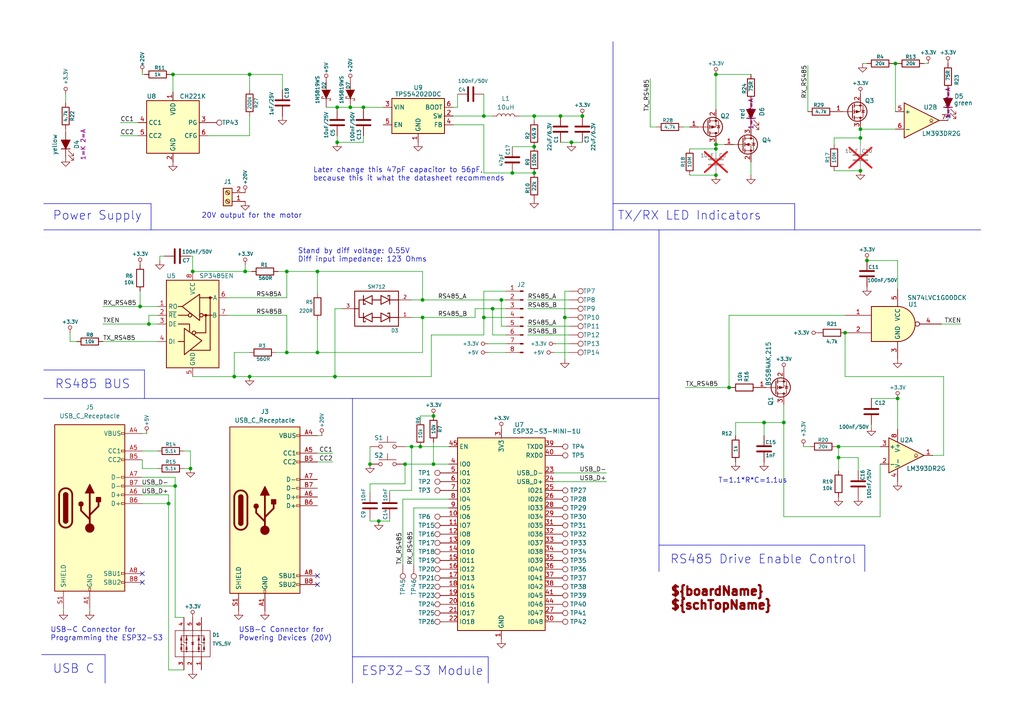
<source format=kicad_sch>
(kicad_sch (version 20250114) (generator "eeschema") (generator_version "9.0")
  (paper "A4")
  (title_block (title "${boardName} - ${schTopName}") (date "2025-11-22") (rev "0.2"))
  (text "Stand by diff voltage: 0.55V\nDiff input impedance: 123 Ohms" (at 86.36 76.2 0) (effects (font (size 1.5 1.5)) (justify left bottom)))
  (text "Later change this 47pF capacitor to 56pF,\nbecause this it what the datasheet recommends" (at 90.805 52.705 0) (effects (font (size 1.5 1.5)) (justify left bottom)))
  (text "RS485 BUS" (at 15.875 113.03 0) (effects (font (size 2.54 2.54)) (justify left bottom)))
  (text "T=1.1*R*C=1.1us" (at 208.28 140.335 0) (effects (font (size 1.5 1.5)) (justify left bottom)))
  (text "20V output for the motor" (at 58.42 63.5 0) (effects (font (size 1.5 1.5)) (justify left bottom)))
  (text "TX/RX LED Indicators" (at 179.07 64.135 0) (effects (font (size 2.54 2.54)) (justify left bottom)))
  (text "USB C" (at 15.24 195.58 0) (effects (font (size 2.54 2.54)) (justify left bottom)))
  (text "Power Supply" (at 15.24 64.135 0) (effects (font (size 2.54 2.54)) (justify left bottom)))
  (text "USB-C Connector for\nProgramming the ESP32-S3" (at 14.605 186.055 0) (effects (font (size 1.5 1.5)) (justify left bottom)))
  (text "RS485 Drive Enable Control" (at 194.31 163.83 0) (effects (font (size 2.54 2.54)) (justify left bottom)))
  (text "USB-C Connector for\nPowering Devices (20V)" (at 69.215 186.055 0) (effects (font (size 1.5 1.5)) (justify left bottom)))
  (text "${boardName}\n${schTopName}" (at 194.31 177.165 0) (effects (font (size 2.5 2.5) (thickness 0.8) (bold yes)) (justify left bottom)))
  (text "ESP32-S3 Module" (at 104.775 196.215 0) (effects (font (size 2.54 2.54)) (justify left bottom)))
  (junction (at 97.155 109.22))
  (junction (at 122.555 92.075))
  (junction (at 101.6 31.115))
  (junction (at 154.94 33.655))
  (junction (at 125.73 120.65))
  (junction (at 148.59 50.165))
  (junction (at 122.555 86.995))
  (junction (at 117.475 134.62))
  (junction (at 55.245 135.89))
  (junction (at 259.715 18.415))
  (junction (at 211.455 112.395))
  (junction (at 140.335 33.655))
  (junction (at 50.165 21.59))
  (junction (at 71.12 78.74))
  (junction (at 72.39 21.59))
  (junction (at 221.615 122.555))
  (junction (at 207.645 41.91))
  (junction (at 83.185 78.74))
  (junction (at 48.895 146.05))
  (junction (at 125.73 134.62))
  (junction (at 260.35 115.57))
  (junction (at 249.555 49.53))
  (junction (at 72.39 109.22))
  (junction (at 154.94 42.545))
  (junction (at 40.64 88.9))
  (junction (at 245.11 96.52))
  (junction (at 207.645 50.8))
  (junction (at 50.8 140.97))
  (junction (at 92.075 102.235))
  (junction (at 154.94 50.165))
  (junction (at 163.83 92.075))
  (junction (at 165.735 41.275))
  (junction (at 121.92 129.54))
  (junction (at 97.79 41.275))
  (junction (at 162.56 33.655))
  (junction (at 227.33 122.555))
  (junction (at 67.945 109.22))
  (junction (at 243.205 129.54))
  (junction (at 83.185 102.235))
  (junction (at 97.79 31.115))
  (junction (at 168.91 33.655))
  (junction (at 55.88 78.74))
  (junction (at 119.38 129.54))
  (junction (at 142.875 89.535))
  (junction (at 207.645 21.59))
  (junction (at 249.555 37.465))
  (junction (at 207.645 43.18))
  (junction (at 249.555 40.005))
  (junction (at 140.335 92.075))
  (junction (at 43.18 93.98))
  (junction (at 145.415 86.995))
  (junction (at 109.855 151.13))
  (junction (at 251.46 75.565))
  (junction (at 92.075 78.74))
  (junction (at 243.205 132.715))
  (junction (at 107.315 134.62))
  (junction (at 105.41 31.115))
  (no_connect (at 41.275 166.37))
  (no_connect (at 92.075 169.545))
  (no_connect (at 41.275 168.91))
  (no_connect (at 274.955 33.655))
  (no_connect (at 92.075 167.005))
  (wire (pts (xy 107.315 150.495) (xy 107.315 151.13)))
  (wire (pts (xy 34.925 39.37) (xy 40.005 39.37)))
  (wire (pts (xy 153.035 86.995) (xy 165.1 86.995)))
  (wire (pts (xy 97.79 31.115) (xy 101.6 31.115)))
  (polyline (pts (xy 230.505 66.675) (xy 230.505 59.055)))
  (wire (pts (xy 122.555 86.995) (xy 122.555 78.74)))
  (wire (pts (xy 148.59 42.545) (xy 154.94 42.545)))
  (wire (pts (xy 20.32 99.06) (xy 22.225 99.06)))
  (wire (pts (xy 249.555 37.465) (xy 259.715 37.465)))
  (wire (pts (xy 66.04 86.36) (xy 83.185 86.36)))
  (wire (pts (xy 81.915 21.59) (xy 81.915 26.035)))
  (wire (pts (xy 121.92 120.65) (xy 121.92 121.92)))
  (wire (pts (xy 107.315 129.54) (xy 107.315 134.62)))
  (polyline (pts (xy 12.7 115.57) (xy 191.135 115.57)))
  (wire (pts (xy 131.445 36.195) (xy 140.335 36.195)))
  (wire (pts (xy 92.075 78.74) (xy 122.555 78.74)))
  (polyline (pts (xy 43.815 59.055) (xy 12.7 59.055)))
  (wire (pts (xy 46.355 74.295) (xy 46.355 75.565)))
  (wire (pts (xy 200.025 50.8) (xy 207.645 50.8)))
  (wire (pts (xy 217.805 46.99) (xy 217.805 50.8)))
  (wire (pts (xy 97.155 109.22) (xy 125.095 109.22)))
  (wire (pts (xy 207.645 21.59) (xy 217.805 21.59)))
  (wire (pts (xy 252.73 123.19) (xy 252.73 123.825)))
  (wire (pts (xy 55.245 135.89) (xy 55.245 130.81)))
  (wire (pts (xy 72.39 21.59) (xy 72.39 26.035)))
  (wire (pts (xy 165.735 41.275) (xy 168.91 41.275)))
  (wire (pts (xy 130.175 147.32) (xy 120.015 147.32)))
  (wire (pts (xy 278.765 93.98) (xy 273.05 93.98)))
  (wire (pts (xy 141.605 99.695) (xy 146.685 99.695)))
  (wire (pts (xy 163.83 92.075) (xy 163.83 104.14)))
  (wire (pts (xy 34.925 35.56) (xy 40.005 35.56)))
  (wire (pts (xy 94.615 31.115) (xy 97.79 31.115)))
  (wire (pts (xy 41.275 135.89) (xy 45.72 135.89)))
  (wire (pts (xy 80.01 102.235) (xy 83.185 102.235)))
  (wire (pts (xy 140.335 84.455) (xy 146.685 84.455)))
  (wire (pts (xy 252.73 115.57) (xy 260.35 115.57)))
  (wire (pts (xy 97.79 39.37) (xy 97.79 41.275)))
  (polyline (pts (xy 177.8 66.675) (xy 12.7 66.675)))
  (wire (pts (xy 67.945 109.22) (xy 72.39 109.22)))
  (polyline (pts (xy 141.605 198.12) (xy 141.605 190.5)))
  (wire (pts (xy 153.035 97.155) (xy 165.1 97.155)))
  (wire (pts (xy 160.655 102.235) (xy 165.1 102.235)))
  (wire (pts (xy 41.275 138.43) (xy 50.8 138.43)))
  (wire (pts (xy 125.095 109.22) (xy 125.095 97.155)))
  (wire (pts (xy 67.945 102.235) (xy 67.945 109.22)))
  (wire (pts (xy 160.655 137.16) (xy 175.895 137.16)))
  (wire (pts (xy 213.36 122.555) (xy 221.615 122.555)))
  (wire (pts (xy 41.275 21.59) (xy 41.275 20.955)))
  (wire (pts (xy 154.94 33.655) (xy 162.56 33.655)))
  (wire (pts (xy 140.335 97.155) (xy 140.335 92.075)))
  (wire (pts (xy 250.19 18.415) (xy 251.46 18.415)))
  (wire (pts (xy 41.275 125.73) (xy 42.545 125.73)))
  (wire (pts (xy 273.685 109.22) (xy 273.685 132.08)))
  (wire (pts (xy 162.56 33.655) (xy 168.91 33.655)))
  (wire (pts (xy 165.1 84.455) (xy 163.83 84.455)))
  (wire (pts (xy 55.88 74.295) (xy 55.245 74.295)))
  (wire (pts (xy 243.205 129.54) (xy 242.57 129.54)))
  (wire (pts (xy 55.88 78.74) (xy 71.12 78.74)))
  (wire (pts (xy 154.94 33.655) (xy 150.495 33.655)))
  (wire (pts (xy 83.185 78.74) (xy 83.185 86.36)))
  (wire (pts (xy 243.205 129.54) (xy 243.205 132.715)))
  (wire (pts (xy 140.335 50.165) (xy 148.59 50.165)))
  (wire (pts (xy 113.03 151.13) (xy 109.855 151.13)))
  (wire (pts (xy 43.18 93.98) (xy 45.72 93.98)))
  (wire (pts (xy 274.955 33.655) (xy 274.955 34.925)))
  (wire (pts (xy 71.12 78.74) (xy 73.025 78.74)))
  (wire (pts (xy 107.315 151.13) (xy 109.855 151.13)))
  (wire (pts (xy 41.275 130.81) (xy 45.72 130.81)))
  (wire (pts (xy 161.29 99.695) (xy 165.1 99.695)))
  (wire (pts (xy 146.685 97.155) (xy 142.875 97.155)))
  (wire (pts (xy 92.075 133.985) (xy 96.52 133.985)))
  (wire (pts (xy 131.445 33.655) (xy 140.335 33.655)))
  (wire (pts (xy 125.73 134.62) (xy 130.175 134.62)))
  (wire (pts (xy 120.015 147.32) (xy 120.015 163.83)))
  (wire (pts (xy 141.605 102.235) (xy 146.685 102.235)))
  (wire (pts (xy 55.88 78.74) (xy 55.88 74.295)))
  (wire (pts (xy 160.655 139.7) (xy 175.895 139.7)))
  (wire (pts (xy 55.88 109.22) (xy 67.945 109.22)))
  (wire (pts (xy 41.275 133.35) (xy 41.275 135.89)))
  (wire (pts (xy 105.41 31.115) (xy 111.125 31.115)))
  (wire (pts (xy 83.185 91.44) (xy 83.185 102.235)))
  (wire (pts (xy 105.41 41.275) (xy 97.79 41.275)))
  (wire (pts (xy 29.845 93.98) (xy 43.18 93.98)))
  (wire (pts (xy 29.845 88.9) (xy 40.64 88.9)))
  (wire (pts (xy 260.35 83.82) (xy 260.35 75.565)))
  (wire (pts (xy 40.64 88.9) (xy 45.72 88.9)))
  (wire (pts (xy 48.895 146.05) (xy 48.895 143.51)))
  (wire (pts (xy 47.625 74.295) (xy 46.355 74.295)))
  (wire (pts (xy 259.715 18.415) (xy 259.715 32.385)))
  (wire (pts (xy 121.92 120.65) (xy 125.73 120.65)))
  (wire (pts (xy 211.455 91.44) (xy 211.455 112.395)))
  (wire (pts (xy 198.12 36.83) (xy 200.025 36.83)))
  (wire (pts (xy 97.79 31.75) (xy 97.79 31.115)))
  (wire (pts (xy 227.33 117.475) (xy 227.33 122.555)))
  (wire (pts (xy 40.64 84.455) (xy 40.64 88.9)))
  (polyline (pts (xy 250.825 165.735) (xy 250.825 158.115)))
  (wire (pts (xy 137.795 92.075) (xy 137.795 89.535)))
  (wire (pts (xy 97.155 89.535) (xy 97.155 109.22)))
  (wire (pts (xy 113.03 150.495) (xy 113.03 151.13)))
  (wire (pts (xy 80.645 78.74) (xy 83.185 78.74)))
  (wire (pts (xy 260.35 75.565) (xy 251.46 75.565)))
  (wire (pts (xy 122.555 92.075) (xy 122.555 102.235)))
  (wire (pts (xy 41.275 21.59) (xy 41.91 21.59)))
  (wire (pts (xy 273.685 132.08) (xy 270.51 132.08)))
  (wire (pts (xy 243.205 132.715) (xy 243.205 136.525)))
  (wire (pts (xy 43.18 91.44) (xy 45.72 91.44)))
  (wire (pts (xy 154.94 33.655) (xy 154.94 34.925)))
  (wire (pts (xy 207.645 41.91) (xy 210.185 41.91)))
  (polyline (pts (xy 230.505 59.055) (xy 177.8 59.055)))
  (wire (pts (xy 245.11 109.22) (xy 273.685 109.22)))
  (wire (pts (xy 119.38 92.075) (xy 122.555 92.075)))
  (wire (pts (xy 190.5 36.83) (xy 188.595 36.83)))
  (wire (pts (xy 105.41 31.75) (xy 105.41 31.115)))
  (wire (pts (xy 72.39 21.59) (xy 81.915 21.59)))
  (polyline (pts (xy 191.135 165.735) (xy 191.135 66.675)))
  (wire (pts (xy 241.935 49.53) (xy 249.555 49.53)))
  (polyline (pts (xy 177.8 66.675) (xy 284.48 66.675)))
  (wire (pts (xy 92.075 92.71) (xy 92.075 102.235)))
  (polyline (pts (xy 43.815 66.675) (xy 43.815 59.055)))
  (wire (pts (xy 125.095 97.155) (xy 140.335 97.155)))
  (wire (pts (xy 105.41 39.37) (xy 105.41 41.275)))
  (polyline (pts (xy 41.91 107.315) (xy 12.7 107.315)))
  (wire (pts (xy 140.335 27.305) (xy 140.335 33.655)))
  (wire (pts (xy 101.6 31.115) (xy 105.41 31.115)))
  (wire (pts (xy 243.205 132.715) (xy 248.92 132.715)))
  (wire (pts (xy 125.73 128.27) (xy 125.73 134.62)))
  (wire (pts (xy 200.025 43.18) (xy 207.645 43.18)))
  (wire (pts (xy 72.39 33.655) (xy 72.39 39.37)))
  (wire (pts (xy 213.36 122.555) (xy 213.36 126.365)))
  (wire (pts (xy 227.33 122.555) (xy 227.33 149.86)))
  (polyline (pts (xy 141.605 190.5) (xy 102.235 190.5)))
  (wire (pts (xy 146.685 94.615) (xy 145.415 94.615)))
  (wire (pts (xy 255.27 129.54) (xy 243.205 129.54)))
  (wire (pts (xy 43.18 91.44) (xy 43.18 93.98)))
  (wire (pts (xy 49.53 21.59) (xy 50.165 21.59)))
  (polyline (pts (xy 41.91 115.57) (xy 41.91 107.315)))
  (polyline (pts (xy 250.825 158.115) (xy 191.135 158.115)))
  (wire (pts (xy 19.05 37.465) (xy 19.05 38.1)))
  (wire (pts (xy 132.715 31.115) (xy 131.445 31.115)))
  (wire (pts (xy 117.475 140.335) (xy 117.475 134.62)))
  (wire (pts (xy 53.34 135.89) (xy 55.245 135.89)))
  (wire (pts (xy 153.035 89.535) (xy 165.1 89.535)))
  (polyline (pts (xy 177.8 66.675) (xy 177.8 12.065)))
  (wire (pts (xy 18.415 176.53) (xy 18.415 177.165)))
  (wire (pts (xy 122.555 86.995) (xy 145.415 86.995)))
  (wire (pts (xy 148.59 50.165) (xy 154.94 50.165)))
  (wire (pts (xy 211.455 112.395) (xy 212.09 112.395)))
  (wire (pts (xy 48.895 146.05) (xy 48.895 194.31)))
  (wire (pts (xy 92.075 78.74) (xy 92.075 85.09)))
  (wire (pts (xy 207.645 21.59) (xy 207.645 31.75)))
  (wire (pts (xy 259.08 18.415) (xy 259.715 18.415)))
  (wire (pts (xy 130.175 144.78) (xy 116.84 144.78)))
  (wire (pts (xy 221.615 122.555) (xy 221.615 126.365)))
  (wire (pts (xy 41.275 146.05) (xy 48.895 146.05)))
  (wire (pts (xy 207.645 41.91) (xy 207.645 43.18)))
  (wire (pts (xy 255.27 149.86) (xy 255.27 134.62)))
  (wire (pts (xy 163.83 92.075) (xy 165.1 92.075)))
  (wire (pts (xy 260.35 18.415) (xy 259.715 18.415)))
  (wire (pts (xy 140.335 92.075) (xy 146.685 92.075)))
  (wire (pts (xy 93.345 126.365) (xy 92.075 126.365)))
  (wire (pts (xy 71.12 76.835) (xy 71.12 78.74)))
  (wire (pts (xy 145.415 94.615) (xy 145.415 86.995)))
  (wire (pts (xy 198.755 112.395) (xy 211.455 112.395)))
  (wire (pts (xy 260.35 115.57) (xy 260.35 124.46)))
  (wire (pts (xy 60.325 39.37) (xy 72.39 39.37)))
  (wire (pts (xy 19.05 27.305) (xy 19.05 29.845)))
  (wire (pts (xy 97.155 109.22) (xy 97.155 109.855)))
  (wire (pts (xy 45.72 99.06) (xy 29.845 99.06)))
  (wire (pts (xy 116.84 144.78) (xy 116.84 163.83)))
  (wire (pts (xy 66.04 91.44) (xy 83.185 91.44)))
  (wire (pts (xy 122.555 92.075) (xy 137.795 92.075)))
  (wire (pts (xy 142.875 97.155) (xy 142.875 89.535)))
  (wire (pts (xy 137.795 89.535) (xy 142.875 89.535)))
  (wire (pts (xy 20.32 96.52) (xy 20.32 99.06)))
  (wire (pts (xy 72.39 109.22) (xy 97.155 109.22)))
  (wire (pts (xy 117.475 129.54) (xy 119.38 129.54)))
  (wire (pts (xy 48.895 194.31) (xy 53.34 194.31)))
  (wire (pts (xy 248.92 132.715) (xy 248.92 136.525)))
  (wire (pts (xy 117.475 134.62) (xy 125.73 134.62)))
  (wire (pts (xy 153.035 94.615) (xy 165.1 94.615)))
  (wire (pts (xy 50.165 26.67) (xy 50.165 21.59)))
  (wire (pts (xy 234.315 19.05) (xy 234.315 32.385)))
  (wire (pts (xy 145.415 86.995) (xy 146.685 86.995)))
  (wire (pts (xy 188.595 22.86) (xy 188.595 36.83)))
  (wire (pts (xy 92.075 102.235) (xy 122.555 102.235)))
  (wire (pts (xy 142.875 89.535) (xy 146.685 89.535)))
  (wire (pts (xy 97.155 89.535) (xy 99.06 89.535)))
  (wire (pts (xy 83.185 78.74) (xy 92.075 78.74)))
  (wire (pts (xy 249.555 40.005) (xy 249.555 37.465)))
  (wire (pts (xy 41.275 140.97) (xy 50.8 140.97)))
  (wire (pts (xy 50.8 140.97) (xy 50.8 179.07)))
  (polyline (pts (xy 30.48 189.865) (xy 12.065 189.865)))
  (polyline (pts (xy 102.235 198.12) (xy 102.235 115.57)))
  (wire (pts (xy 107.315 140.335) (xy 107.315 142.875)))
  (wire (pts (xy 119.38 86.995) (xy 122.555 86.995)))
  (wire (pts (xy 241.935 41.91) (xy 241.935 40.005)))
  (wire (pts (xy 132.715 27.305) (xy 132.715 31.115)))
  (wire (pts (xy 140.335 92.075) (xy 140.335 84.455)))
  (wire (pts (xy 26.035 177.165) (xy 26.035 176.53)))
  (wire (pts (xy 249.555 41.91) (xy 249.555 40.005)))
  (wire (pts (xy 221.615 122.555) (xy 227.33 122.555)))
  (wire (pts (xy 41.275 143.51) (xy 48.895 143.51)))
  (wire (pts (xy 227.33 149.86) (xy 255.27 149.86)))
  (polyline (pts (xy 30.48 198.12) (xy 30.48 189.865)))
  (wire (pts (xy 121.92 129.54) (xy 130.175 129.54)))
  (wire (pts (xy 233.045 129.54) (xy 234.95 129.54)))
  (wire (pts (xy 267.97 18.415) (xy 269.24 18.415)))
  (wire (pts (xy 67.945 102.235) (xy 72.39 102.235)))
  (wire (pts (xy 83.185 102.235) (xy 92.075 102.235)))
  (wire (pts (xy 53.34 130.81) (xy 55.245 130.81)))
  (wire (pts (xy 50.8 138.43) (xy 50.8 140.97)))
  (wire (pts (xy 50.165 21.59) (xy 72.39 21.59)))
  (wire (pts (xy 119.38 142.24) (xy 113.03 142.24)))
  (wire (pts (xy 113.03 142.24) (xy 113.03 142.875)))
  (wire (pts (xy 163.83 84.455) (xy 163.83 92.075)))
  (wire (pts (xy 140.335 33.655) (xy 142.875 33.655)))
  (wire (pts (xy 107.315 140.335) (xy 117.475 140.335)))
  (wire (pts (xy 245.11 96.52) (xy 245.11 109.22)))
  (wire (pts (xy 119.38 129.54) (xy 119.38 142.24)))
  (wire (pts (xy 162.56 41.275) (xy 165.735 41.275)))
  (wire (pts (xy 92.075 131.445) (xy 96.52 131.445)))
  (wire (pts (xy 211.455 91.44) (xy 245.11 91.44)))
  (wire (pts (xy 119.38 129.54) (xy 121.92 129.54)))
  (wire (pts (xy 50.8 179.07) (xy 53.34 179.07)))
  (wire (pts (xy 140.335 36.195) (xy 140.335 50.165)))
  (wire (pts (xy 241.935 40.005) (xy 249.555 40.005)))
  (label "TX_RS485" (at 188.595 32.385 90))
  (label "USB_D+" (at 175.895 139.7 180))
  (label "CC1" (at 34.925 35.56 0))
  (label "RS485B" (at 74.295 91.44 0))
  (label "RS485_A" (at 153.035 86.995 0))
  (label "RS485_B" (at 127 92.075 0))
  (label "TXEN" (at 278.765 93.98 180))
  (label "RX_RS485" (at 120.015 163.83 90))
  (label "TX_RS485" (at 208.28 112.395 180))
  (label "TXEN" (at 29.845 93.98 0))
  (label "USB_D+" (at 48.895 143.51 180))
  (label "RS485A" (at 74.295 86.36 0))
  (label "RX_RS485" (at 29.845 88.9 0))
  (label "CC1" (at 96.52 131.445 180))
  (label "TX_RS485" (at 29.845 99.06 0))
  (label "TX_RS485" (at 116.84 163.83 90))
  (label "USB_D-" (at 175.895 137.16 180))
  (label "RS485_A" (at 153.035 94.615 0))
  (label "RS485_B" (at 153.035 89.535 0))
  (label "RS485_A" (at 127 86.995 0))
  (label "USB_D-" (at 48.895 140.97 180))
  (label "CC2" (at 34.925 39.37 0))
  (label "RX_RS485" (at 234.315 28.575 90))
  (label "CC2" (at 96.52 133.985 180))
  (label "RS485_B" (at 153.035 97.155 0))
  (symbol (lib_id "Celebi:capacitor") (at 51.435 74.295 0) (unit 1)
    (property "Reference" "C7" (at 53.975 75.565 0) (effects (font (size 1.016 1.016))))
    (property "Value" "100nF/50V" (at 57.15 73.025 0) (effects (font (size 1.016 1.016))))
    (property "Footprint" "Capacitor_SMD:C_0603_1608Metric" (effects (hide yes)))
    (property "Description" "50V 100nF X7R ±10% 0603  Multilayer Ceramic Capacitors MLCC - SMD/SMT ROHS" (effects (hide yes)))
    (property "Tolerance" "10%" (effects (hide yes)))
    (property "Power" "_" (effects (hide yes)))
    (property "Manufacturer" "Yageo" (effects (hide yes)))
    (property "PartNumber" "CC0603KRX7R9BB104" (effects (hide yes)))
    (property "Digikey" "1276-6854-1-ND" (effects (hide yes)))
    (property "LCSC" "C14663" (effects (hide yes)))
  )
  (symbol (lib_id "Celebi:resistor") (at 92.075 88.9 90) (mirror x) (unit 1)
    (property "Reference" "R5" (at 90.805 87.63 90) (effects (font (size 1.016 1.016)) (justify left)))
    (property "Value" "220R" (at 90.805 90.17 90) (effects (font (size 1.016 1.016)) (justify left)))
    (property "Footprint" "Resistor_SMD:R_0603_1608Metric" (effects (hide yes)))
    (property "Datasheet" "https://wmsc.lcsc.com/wmsc/upload/file/pdf/v2/lcsc/2206010130_UNI-ROYAL-Uniroyal-Elec-0603WAF2200T5E_C22962.pdf" (effects (hide yes)))
    (property "Description" "100mW Thick Film Resistors 75V ±100ppm/℃ ±1% 220Ω 0603 Chip Resistor - Surface Mount ROHS" (effects (hide yes)))
    (property "Tolerance" "5%" (effects (hide yes)))
    (property "Power" "1/10W" (effects (hide yes)))
    (property "Manufacturer" "UNI-ROYAL(Uniroyal Elec)" (effects (hide yes)))
    (property "PartNumber" "0603WAF2200T5E" (effects (hide yes)))
    (property "LCSC" "C22962" (effects (hide yes)))
  )
  (symbol (lib_id "Celebi:SM712") (at 109.22 89.535 180) (unit 1)
    (property "Reference" "D3" (at 115.57 95.885 0) (effects (font (size 1.016 1.016)) (justify left)))
    (property "Value" "SM712" (at 109.22 83.185 0) (effects (font (size 1.016 1.016))))
    (property "Footprint" "Celebi:SOT23-3" (effects (hide yes)))
    (property "Description" "SOT-23  ESD Protection Devices ROHS" (effects (hide yes)))
    (property "Tolerance" "_" (effects (hide yes)))
    (property "Power" "400W" (effects (hide yes)))
    (property "Manufacturer" "DOWO" (effects (hide yes)))
    (property "PartNumber" "SM712" (effects (hide yes)))
    (property "Digikey" "!F6450CT-ND" (effects (hide yes)))
    (property "LCSC" "C293966" (effects (hide yes)))
  )
  (symbol (lib_id "Celebi:+3.3V") (at 20.32 96.52 0) (unit 1)
    (property "Reference" "#PWR0110" (effects (hide yes)))
    (property "Value" "+3.3V" (at 20.32 93.345 0) (effects (font (size 1.016 1.016))))
  )
  (symbol (lib_id "Celebi:+3.3V") (at 71.12 76.835 0) (unit 1)
    (property "Reference" "#PWR0101" (effects (hide yes)))
    (property "Value" "+3.3V" (at 71.12 73.66 0) (effects (font (size 1.016 1.016))))
  )
  (symbol (lib_id "Celebi:824015") (at 55.88 186.69 270) (mirror x) (unit 1)
    (property "Reference" "D1" (at 61.595 184.15 90) (effects (font (size 1.016 1.016)) (justify left)))
    (property "Value" "TVS_5V" (at 61.595 186.69 90) (effects (font (size 1.016 1.016)) (justify left)))
    (property "Footprint" "Celebi:SOT23-6L" (effects (hide yes)))
    (property "Description" "SOT-23-6  ESD Protection Devices ROHS" (effects (hide yes)))
    (property "Tolerance" "_" (effects (hide yes)))
    (property "Power" "_" (effects (hide yes)))
    (property "Manufacturer" "Tech_Public" (effects (hide yes)))
    (property "PartNumber" "TPIP4220CZ6" (effects (hide yes)))
    (property "Digikey" "!1727-2751-1-ND" (effects (hide yes)))
    (property "LCSC" "C558417" (effects (hide yes)))
  )
  (symbol (lib_id "Celebi:GND") (at 217.805 50.8 0) (unit 1)
    (property "Reference" "#PWR030" (effects (hide yes)))
    (property "Value" "GND" (effects (hide yes)))
  )
  (symbol (lib_id "Celebi:GND") (at 26.035 177.165 0) (unit 1)
    (property "Reference" "#PWR041" (effects (hide yes)))
    (property "Value" "GND" (effects (hide yes)))
  )
  (symbol (lib_id "Celebi:resistor") (at 217.805 25.4 90) (mirror x) (unit 1)
    (property "Reference" "R24" (at 215.9 24.13 0) (effects (font (size 1.016 1.016)) (justify left)))
    (property "Value" "75R" (at 217.805 23.495 0) (effects (font (size 1.016 1.016)) (justify left)))
    (property "Footprint" "Resistor_SMD:R_0603_1608Metric" (effects (hide yes)))
    (property "Description" "100mW Thick Film Resistors 75V ±1% ±200ppm/℃ 75Ω 0603 Chip Resistor - Surface Mount ROHS" (effects (hide yes)))
    (property "Tolerance" "1%" (effects (hide yes)))
    (property "Power" "1/10W" (effects (hide yes)))
    (property "Manufacturer" "UNI-ROYAL(Uniroyal Elec)" (effects (hide yes)))
    (property "PartNumber" "0603WAF750JT5E" (effects (hide yes)))
    (property "LCSC" "C4275" (effects (hide yes)))
  )
  (symbol (lib_name "Diode-Schottky_1") (lib_id "Celebi:Diode-Schottky") (at 101.6 27.305 270) (unit 1)
    (property "Reference" "D7" (at 100.965 24.765 0) (effects (font (size 1.016 1.016))))
    (property "Value" "1N5819WS" (at 99.06 26.035 0) (effects (font (size 1.016 1.016))))
    (property "Footprint" "rs485RPihat:SOD323" (effects (hide yes)))
    (property "Datasheet" "https://wmsc.lcsc.com/wmsc/upload/file/pdf/v2/lcsc/2204281430_Guangdong-Hottech-1N5819WS_C191023.pdf" (effects (hide yes)))
    (property "Description" "40V 600mV@1A 1A SOD-323 Schottky Barrier Diodes (SBD) ROHS" (effects (hide yes)))
    (property "LCSC" "C191023" (effects (hide yes)))
  )
  (symbol (lib_id "Celebi:capacitor") (at 148.59 46.355 270) (unit 1)
    (property "Reference" "C17" (at 147.32 41.91 0) (effects (font (size 1.016 1.016)) (justify left)))
    (property "Value" "47pF" (at 145.415 44.45 0) (effects (font (size 1.016 1.016)) (justify left)))
    (property "Footprint" "Capacitor_SMD:C_0603_1608Metric" (effects (hide yes)))
    (property "Power" "_" (effects (hide yes)))
    (property "LCSC" "C1671" (effects (hide yes)))
  )
  (symbol (lib_id "Celebi:+3.3V") (at 55.88 179.07 0) (unit 1)
    (property "Reference" "#PWR046" (effects (hide yes)))
    (property "Value" "+3.3V" (at 55.88 175.895 0) (effects (font (size 1.016 1.016))))
  )
  (symbol (lib_id "74xGxx:SN74LVC1G00DCK") (at 260.35 93.98 0) (unit 1)
    (property "Reference" "U1" (at 264.795 88.265 0))
    (property "Value" "SN74LVC1G00DCK" (at 271.78 86.36 0))
    (property "Footprint" "Package_TO_SOT_SMD:Texas_R-PDSO-G5_DCK-5" (effects (hide yes)))
    (property "Datasheet" "http://www.ti.com/lit/ds/symlink/sn74lvc1g00.pdf" (effects (hide yes)))
    (property "Description" "Single NAND Gate, Low-Voltage CMOS, SOT-353" (effects (hide yes)))
    (property "LCSC" "C2976658" (effects (hide yes)))
  )
  (symbol (lib_id "Connector:Conn_01x08_Pin") (at 151.765 92.075 0) (mirror y) (unit 1)
    (property "Reference" "J2" (at 151.13 82.55 0))
    (property "Value" "TSM-108-01-T-SH-A-P-TR" (effects (hide yes)))
    (property "Footprint" "rs485RPihat:Connector_8-pin_SMT_hole_1.5mm" (effects (hide yes)))
    (property "Description" "Generic connector, single row, 01x08, script generated" (effects (hide yes)))
    (property "LCSC" "C9900147851" (effects (hide yes)))
  )
  (symbol (lib_id "Espressif:ESP32-C6-WROOM-1") (at 50.165 250.825 0) (unit 1) (in_bom no) (on_board no) (dnp yes)
    (property "Reference" "U3" (at 53.975 217.17 0) (effects (justify left)))
    (property "Value" "ESP32-C6-WROOM-1" (at 53.975 219.075 0) (effects (justify left)))
    (property "Footprint" "PCM_Espressif:ESP32-C6-WROOM-1" (effects (hide yes)))
    (property "Datasheet" "https://www.espressif.com/sites/default/files/documentation/esp32-c6-wroom-1_wroom-1u_datasheet_en.pdf" (effects (hide yes)))
    (property "Description" "ESP32-C6-WROOM-1/U is a module that supports 2.4 GHz Wi-Fi 6 (802.11 ax), Bluetooth® 5 (LE), Zigbee and Thread (802.15.4)" (effects (hide yes)))
  )
  (symbol (lib_id "Celebi:capacitor") (at 162.56 37.465 270) (unit 1)
    (property "Reference" "C1" (at 161.29 39.37 0) (effects (font (size 1.016 1.016)) (justify left)))
    (property "Value" "22uF/6.3V" (at 159.385 35.56 0) (effects (font (size 1.016 1.016)) (justify left)))
    (property "Footprint" "Capacitor_SMD:C_0603_1608Metric" (effects (hide yes)))
    (property "Datasheet" "https://wmsc.lcsc.com/wmsc/upload/file/pdf/v2/lcsc/2304140030_Samsung-Electro-Mechanics-CL10A106KP8NNNC_C19702.pdf" (effects (hide yes)))
    (property "Description" "10V 10uF X5R ±10% 0603 Multilayer Ceramic Capacitors MLCC - SMD/SMT ROHS" (effects (hide yes)))
    (property "Tolerance" "10%" (effects (hide yes)))
    (property "Manufacturer" "Samsung Electro-Mechanics" (effects (hide yes)))
    (property "PartNumber" "CL10A106KP8NNNC" (effects (hide yes)))
    (property "LCSC" "C59461" (effects (hide yes)))
  )
  (symbol (lib_id "Celebi:capacitor") (at 207.645 46.99 90) (unit 1) (in_bom no) (dnp yes)
    (property "Reference" "C6" (at 209.55 45.085 90) (effects (font (size 1.016 1.016))))
    (property "Value" "10nF" (at 205.105 45.085 90) (effects (font (size 1.016 1.016))))
    (property "Footprint" "Capacitor_SMD:C_0603_1608Metric" (effects (hide yes)))
    (property "Description" "50V 10nF X7R ±10% 0603 Multilayer Ceramic Capacitors MLCC - SMD/SMT ROHS" (effects (hide yes)))
    (property "Tolerance" "10%" (effects (hide yes)))
    (property "Manufacturer" " FH (Guangdong Fenghua Advanced Tech)" (effects (hide yes)))
    (property "PartNumber" "0603B103K500NT" (effects (hide yes)))
    (property "LCSC" "C57112" (effects (hide yes)))
  )
  (symbol (lib_id "Connector:TestPoint") (at 160.655 142.24 270) (unit 1) (in_bom no)
    (property "Reference" "TP27" (at 170.18 142.24 90) (effects (justify right)))
    (property "Value" "TestPoint" (effects (hide yes)))
    (property "Footprint" "rs485RPihat:testpoint_no_border" (effects (hide yes)))
    (property "Description" "test point" (effects (hide yes)))
  )
  (symbol (lib_id "Connector:TestPoint") (at 160.655 177.8 270) (unit 1) (in_bom no)
    (property "Reference" "TP41" (at 170.18 177.8 90) (effects (justify right)))
    (property "Value" "TestPoint" (effects (hide yes)))
    (property "Footprint" "rs485RPihat:testpoint_no_border" (effects (hide yes)))
    (property "Description" "test point" (effects (hide yes)))
  )
  (symbol (lib_id "Celebi:resistor") (at 154.94 53.975 270) (unit 1)
    (property "Reference" "R10" (at 153.035 54.61 0) (effects (font (size 1.016 1.016))))
    (property "Value" "22k" (at 154.94 53.975 0) (effects (font (size 1.016 1.016))))
    (property "Footprint" "Resistor_SMD:R_0603_1608Metric" (effects (hide yes)))
    (property "LCSC" "C31850" (effects (hide yes)))
  )
  (symbol (lib_id "Device:Q_PMOS_GSD") (at 205.105 36.83 0) (mirror x) (unit 1)
    (property "Reference" "Q2" (at 208.915 33.655 0) (effects (justify left)))
    (property "Value" "BSS84AK,215" (effects (hide yes)))
    (property "Footprint" "Package_TO_SOT_SMD:SOT-23" (effects (hide yes)))
    (property "Datasheet" "https://datasheet.lcsc.com/lcsc/2304140030_Nexperia-BSS84AK-215_C127273.pdf" (effects (hide yes)))
    (property "Description" "50V 180mA 7.5Ω@10V,100mA P Channel SOT-23(TO-236)  MOSFETs ROHS" (effects (hide yes)))
    (property "Digikey" "---" (effects (hide yes)))
    (property "LCSC" "C127273" (effects (hide yes)))
    (property "Manufacturer" "Nexperia" (effects (hide yes)))
    (property "PartNumber" "BSS84AK,215" (effects (hide yes)))
    (property "Power" "50V 180mA" (effects (hide yes)))
    (property "Tolerance" "_" (effects (hide yes)))
  )
  (symbol (lib_id "Connector:TestPoint") (at 130.175 170.18 90) (unit 1) (in_bom no)
    (property "Reference" "TP22" (at 121.285 170.18 90) (effects (justify right)))
    (property "Value" "TestPoint" (effects (hide yes)))
    (property "Footprint" "rs485RPihat:testpoint_no_border" (effects (hide yes)))
    (property "Description" "test point" (effects (hide yes)))
  )
  (symbol (lib_id "Celebi:GND") (at 249.555 49.53 0) (unit 1)
    (property "Reference" "#PWR025" (effects (hide yes)))
    (property "Value" "GND" (effects (hide yes)))
  )
  (symbol (lib_id "Celebi:+3.3V") (at 141.605 99.695 90) (unit 1)
    (property "Reference" "#PWR01" (effects (hide yes)))
    (property "Value" "+3.3V" (at 136.525 99.695 90) (effects (font (size 1.016 1.016))))
  )
  (symbol (lib_id "Celebi:+3.3V") (at 227.33 107.315 0) (unit 1)
    (property "Reference" "#PWR011" (effects (hide yes)))
    (property "Value" "+3.3V" (at 227.33 104.14 0) (effects (font (size 1.016 1.016))))
  )
  (symbol (lib_id "Celebi:+5V") (at 94.615 23.495 0) (unit 1)
    (property "Reference" "#PWR059" (effects (hide yes)))
    (property "Value" "+5V" (at 94.615 19.685 90) (effects (font (size 1.016 1.016))))
  )
  (symbol (lib_id "Espressif:ESP32-C6-MINI-1/U") (at 135.89 251.46 0) (unit 1) (in_bom no) (on_board no) (dnp yes)
    (property "Reference" "U4" (at 138.0841 215.9 0) (effects (justify left)))
    (property "Value" "ESP32-C6-MINI-1/U" (at 138.0841 218.44 0) (effects (justify left)))
    (property "Footprint" "PCM_Espressif:ESP32-C6-MINI-1" (effects (hide yes)))
    (property "Datasheet" "https://www.espressif.com/sites/default/files/documentation/esp32-c6-mini-1_datasheet_en.pdf" (effects (hide yes)))
    (property "Description" "ESP32-C6-MINI-1 is a module that supports 2.4 GHz Wi-Fi 6 (802.11 ax), Bluetooth® 5 (LE), Zigbee and Thread (802.15.4)" (effects (hide yes)))
  )
  (symbol (lib_id "Celebi:+5V") (at 42.545 125.73 0) (unit 1)
    (property "Reference" "#PWR058" (effects (hide yes)))
    (property "Value" "+5V" (at 42.545 121.92 90) (effects (font (size 1.016 1.016))))
  )
  (symbol (lib_id "Celebi:GND") (at 165.735 41.275 0) (unit 1)
    (property "Reference" "#PWR048" (effects (hide yes)))
    (property "Value" "GND" (effects (hide yes)))
  )
  (symbol (lib_id "Celebi:+3.3V") (at 19.05 27.305 0) (unit 1)
    (property "Reference" "#PWR027" (effects (hide yes)))
    (property "Value" "+3.3V" (at 19.05 22.225 90) (effects (font (size 1.016 1.016))))
  )
  (symbol (lib_id "rs485controller:CH221K") (at 50.165 36.83 0) (unit 1)
    (property "Reference" "U8" (at 42.545 27.94 0) (effects (justify left)))
    (property "Value" "CH221K" (at 52.07 27.94 0) (effects (justify left)))
    (property "Footprint" "Package_TO_SOT_SMD:SOT-23-6" (effects (hide yes)))
    (property "Datasheet" "https://jlcpcb.com/api/file/downloadByFileSystemAccessId/8618867384841089024" (effects (hide yes)))
    (property "Description" "-40℃~+105℃ 100W 5V Power Receiver Controller SOT-23-6 USB PD ROHS" (effects (hide yes)))
    (property "LCSC" "C5125736" (effects (hide yes)))
  )
  (symbol (lib_id "Celebi:capacitor") (at 252.73 119.38 90) (unit 1)
    (property "Reference" "C12" (at 255.27 116.84 90) (effects (font (size 1.016 1.016))))
    (property "Value" "100nF/50V" (at 247.65 123.825 90) (effects (font (size 1.016 1.016))))
    (property "Footprint" "Capacitor_SMD:C_0603_1608Metric" (effects (hide yes)))
    (property "Description" "50V 100nF X7R ±10% 0603  Multilayer Ceramic Capacitors MLCC - SMD/SMT ROHS" (effects (hide yes)))
    (property "Tolerance" "10%" (effects (hide yes)))
    (property "Power" "_" (effects (hide yes)))
    (property "Manufacturer" "Yageo" (effects (hide yes)))
    (property "PartNumber" "CC0603KRX7R9BB104" (effects (hide yes)))
    (property "Digikey" "1276-6854-1-ND" (effects (hide yes)))
    (property "LCSC" "C14663" (effects (hide yes)))
  )
  (symbol (lib_id "Connector:TestPoint") (at 165.1 89.535 270) (unit 1) (in_bom no)
    (property "Reference" "TP9" (at 172.72 89.535 90) (effects (justify right)))
    (property "Value" "TestPoint" (effects (hide yes)))
    (property "Footprint" "rs485RPihat:testpoint_no_border_surface_mount" (effects (hide yes)))
    (property "Description" "test point" (effects (hide yes)))
  )
  (symbol (lib_id "Celebi:GND") (at 207.645 50.8 0) (unit 1)
    (property "Reference" "#PWR033" (effects (hide yes)))
    (property "Value" "GND" (effects (hide yes)))
  )
  (symbol (lib_id "Celebi:capacitor") (at 221.615 130.175 90) (unit 1)
    (property "Reference" "C15" (at 223.52 128.27 90) (effects (font (size 1.016 1.016))))
    (property "Value" "1nF" (at 223.52 132.08 90) (effects (font (size 1.016 1.016))))
    (property "Footprint" "Capacitor_SMD:C_0603_1608Metric" (effects (hide yes)))
    (property "Datasheet" "https://wmsc.lcsc.com/wmsc/upload/file/pdf/v2/lcsc/2304140030_Samsung-Electro-Mechanics-CL10B102KB8NNNC_C1588.pdf" (effects (hide yes)))
    (property "Description" "50V 1nF X7R ±10% 0603 Multilayer Ceramic Capacitors MLCC - SMD/SMT ROHS" (effects (hide yes)))
    (property "Tolerance" "10%" (effects (hide yes)))
    (property "Manufacturer" "Samsung Electro-Mechanics" (effects (hide yes)))
    (property "PartNumber" "CL10B102KB8NNNC" (effects (hide yes)))
    (property "LCSC" "C1588" (effects (hide yes)))
  )
  (symbol (lib_id "Celebi:+3.3V") (at 161.29 99.695 90) (unit 1)
    (property "Reference" "#PWR016" (effects (hide yes)))
    (property "Value" "+3.3V" (at 156.21 99.695 90) (effects (font (size 1.016 1.016))))
  )
  (symbol (lib_id "Celebi:GND") (at 76.835 177.165 0) (unit 1)
    (property "Reference" "#PWR040" (effects (hide yes)))
    (property "Value" "GND" (effects (hide yes)))
  )
  (symbol (lib_id "Celebi:GND") (at 121.285 41.275 0) (unit 1)
    (property "Reference" "#PWR047" (effects (hide yes)))
    (property "Value" "GND" (effects (hide yes)))
  )
  (symbol (lib_id "Connector:TestPoint") (at 165.1 94.615 270) (unit 1) (in_bom no)
    (property "Reference" "TP11" (at 173.99 94.615 90) (effects (justify right)))
    (property "Value" "TestPoint" (effects (hide yes)))
    (property "Footprint" "rs485RPihat:testpoint_no_border_surface_mount" (effects (hide yes)))
    (property "Description" "test point" (effects (hide yes)))
  )
  (symbol (lib_id "Celebi:resistor") (at 72.39 29.845 270) (unit 1)
    (property "Reference" "R27" (at 74.295 29.845 0) (effects (font (size 1.016 1.016))))
    (property "Value" "200k" (at 72.39 29.845 0) (effects (font (size 1.016 1.016))))
    (property "Footprint" "Resistor_SMD:R_0603_1608Metric" (effects (hide yes)))
    (property "LCSC" "C25811" (effects (hide yes)))
  )
  (symbol (lib_id "Celebi:GND") (at 251.46 83.185 0) (unit 1)
    (property "Reference" "#PWR010" (effects (hide yes)))
    (property "Value" "GND" (effects (hide yes)))
  )
  (symbol (lib_id "Interface_UART:SP3485EN") (at 55.88 93.98 0) (unit 1)
    (property "Reference" "U5" (at 48.26 80.01 0) (effects (justify left)))
    (property "Value" "SP3485EN" (at 57.785 80.01 0) (effects (justify left)))
    (property "Footprint" "Package_SO:SOIC-8_3.9x4.9mm_P1.27mm" (effects (hide yes)))
    (property "Datasheet" "http://www.icbase.com/pdf/SPX/SPX00480106.pdf" (effects (hide yes)))
    (property "Description" "Industrial 3.3V Low Power Half-Duplex RS-485 Transceiver 10Mbps, SOIC-8" (effects (hide yes)))
    (property "LCSC" "C8963" (effects (hide yes)))
    (property "Manufacturer" "MaxLinear" (effects (hide yes)))
    (property "PartNumber" "SP3485EN-L/TR" (effects (hide yes)))
    (property "Power" "_" (effects (hide yes)))
    (property "Tolerance" "_" (effects (hide yes)))
  )
  (symbol (lib_id "Connector:TestPoint") (at 60.325 35.56 270) (unit 1) (in_bom no)
    (property "Reference" "TP43" (at 69.215 35.56 90) (effects (justify right)))
    (property "Value" "TestPoint" (effects (hide yes)))
    (property "Footprint" "rs485RPihat:testpoint_no_border" (effects (hide yes)))
    (property "Description" "test point" (effects (hide yes)))
  )
  (symbol (lib_id "Connector:TestPoint") (at 116.84 163.83 180) (unit 1) (in_bom no)
    (property "Reference" "TP45" (at 116.84 172.72 90) (effects (justify right)))
    (property "Value" "TestPoint" (effects (hide yes)))
    (property "Footprint" "rs485RPihat:testpoint_no_border" (effects (hide yes)))
    (property "Description" "test point" (effects (hide yes)))
  )
  (symbol (lib_id "Celebi:resistor") (at 194.31 36.83 180) (unit 1)
    (property "Reference" "R28" (at 193.675 34.925 0) (effects (font (size 1.016 1.016))))
    (property "Value" "4.7k" (at 194.31 36.83 0) (effects (font (size 1.016 1.016))))
    (property "Footprint" "Resistor_SMD:R_0603_1608Metric" (effects (hide yes)))
    (property "Description" "100mW Thick Film Resistors 75V ±100ppm/℃ ±1% 4.7kΩ 0603 Chip Resistor - Surface Mount ROHS" (effects (hide yes)))
    (property "Tolerance" "1%" (effects (hide yes)))
    (property "Power" "1/10W" (effects (hide yes)))
    (property "Manufacturer" "UNI-ROYAL(Uniroyal Elec)" (effects (hide yes)))
    (property "PartNumber" "0603WAF4701T5E" (effects (hide yes)))
    (property "LCSC" "C23162" (effects (hide yes)))
  )
  (symbol (lib_id "Switch:SW_Push") (at 112.395 129.54 0) (unit 1)
    (property "Reference" "S1" (at 109.855 127 0))
    (property "Value" "SW_Push" (effects (hide yes)))
    (property "Footprint" "rs485RPihat:button" (effects (hide yes)))
    (property "Description" "Push button switch, generic, two pins" (effects (hide yes)))
    (property "LCSC" "C720477" (effects (hide yes)))
  )
  (symbol (lib_id "Connector:TestPoint") (at 130.175 142.24 90) (unit 1) (in_bom no)
    (property "Reference" "TP3" (at 121.285 142.24 90) (effects (justify right)))
    (property "Value" "TestPoint" (effects (hide yes)))
    (property "Footprint" "rs485RPihat:testpoint_no_border" (effects (hide yes)))
    (property "Description" "test point" (effects (hide yes)))
  )
  (symbol (lib_id "Connector:TestPoint") (at 165.1 102.235 270) (unit 1) (in_bom no)
    (property "Reference" "TP14" (at 173.99 102.235 90) (effects (justify right)))
    (property "Value" "TestPoint" (effects (hide yes)))
    (property "Footprint" "rs485RPihat:testpoint_no_border_surface_mount" (effects (hide yes)))
    (property "Description" "test point" (effects (hide yes)))
  )
  (symbol (lib_id "Connector:TestPoint") (at 165.1 97.155 270) (unit 1) (in_bom no)
    (property "Reference" "TP12" (at 173.99 97.155 90) (effects (justify right)))
    (property "Value" "TestPoint" (effects (hide yes)))
    (property "Footprint" "rs485RPihat:testpoint_no_border_surface_mount" (effects (hide yes)))
    (property "Description" "test point" (effects (hide yes)))
  )
  (symbol (lib_id "USB:USB_C_Receptacle") (at 76.835 151.765 0) (unit 1)
    (property "Reference" "J3" (at 76.835 119.38 0))
    (property "Value" "USB_C_Receptacle" (at 76.835 121.92 0))
    (property "Footprint" "Connector_USB:USB_C_Receptacle_Palconn_UTC16-G" (effects (hide yes)))
    (property "Datasheet" "https://www.usb.org/sites/default/files/documents/usb_type-c.zip" (effects (hide yes)))
    (property "Description" "USB Full-Featured Type-C Receptacle connector" (effects (hide yes)))
    (property "LCSC" "C2765186" (effects (hide yes)))
  )
  (symbol (lib_id "Celebi:GND") (at 154.94 57.785 0) (unit 1)
    (property "Reference" "#PWR050" (effects (hide yes)))
    (property "Value" "GND" (effects (hide yes)))
  )
  (symbol (lib_id "Celebi:+3.3V") (at 233.045 129.54 0) (mirror y) (unit 1)
    (property "Reference" "#PWR07" (effects (hide yes)))
    (property "Value" "+3.3V" (at 233.045 124.46 90) (effects (font (size 1.016 1.016))))
  )
  (symbol (lib_id "Connector:TestPoint") (at 130.175 154.94 90) (unit 1) (in_bom no)
    (property "Reference" "TP16" (at 121.285 154.94 90) (effects (justify right)))
    (property "Value" "TestPoint" (effects (hide yes)))
    (property "Footprint" "rs485RPihat:testpoint_no_border" (effects (hide yes)))
    (property "Description" "test point" (effects (hide yes)))
  )
  (symbol (lib_id "Celebi:capacitor") (at 251.46 79.375 90) (unit 1)
    (property "Reference" "C11" (at 253.365 77.47 90) (effects (font (size 1.016 1.016))))
    (property "Value" "100nF/50V" (at 255.905 81.28 90) (effects (font (size 1.016 1.016))))
    (property "Footprint" "Capacitor_SMD:C_0603_1608Metric" (effects (hide yes)))
    (property "Description" "50V 100nF X7R ±10% 0603  Multilayer Ceramic Capacitors MLCC - SMD/SMT ROHS" (effects (hide yes)))
    (property "Tolerance" "10%" (effects (hide yes)))
    (property "Power" "_" (effects (hide yes)))
    (property "Manufacturer" "Yageo" (effects (hide yes)))
    (property "PartNumber" "CC0603KRX7R9BB104" (effects (hide yes)))
    (property "Digikey" "1276-6854-1-ND" (effects (hide yes)))
    (property "LCSC" "C14663" (effects (hide yes)))
  )
  (symbol (lib_id "Celebi:GND") (at 109.855 151.13 0) (unit 1)
    (property "Reference" "#PWR019" (effects (hide yes)))
    (property "Value" "GND" (effects (hide yes)))
  )
  (symbol (lib_id "Celebi:+5V") (at 101.6 23.495 0) (unit 1)
    (property "Reference" "#PWR037" (effects (hide yes)))
    (property "Value" "+20V" (at 101.6 19.05 90) (effects (font (size 1.016 1.016))))
  )
  (symbol (lib_id "Celebi:resistor") (at 45.72 21.59 180) (unit 1)
    (property "Reference" "R11" (at 46.355 19.685 0) (effects (font (size 1.016 1.016))))
    (property "Value" "1k" (at 45.72 21.59 0) (effects (font (size 1.016 1.016))))
    (property "Footprint" "Resistor_SMD:R_0603_1608Metric" (effects (hide yes)))
    (property "Description" "100mW Thick Film Resistors ±100ppm/℃ ±1% 1kΩ 0603  Chip Resistor - Surface Mount ROHS" (effects (hide yes)))
    (property "Tolerance" "1%" (effects (hide yes)))
    (property "Power" "1/10W" (effects (hide yes)))
    (property "Manufacturer" "Uniroyal_Elec" (effects (hide yes)))
    (property "PartNumber" "0603WAF1001T5E" (effects (hide yes)))
    (property "Digikey" "311-1.00KHRCT-ND" (effects (hide yes)))
    (property "LCSC" "C21190" (effects (hide yes)))
  )
  (symbol (lib_id "Celebi:+3.3V") (at 168.91 33.655 0) (unit 1)
    (property "Reference" "#PWR038" (effects (hide yes)))
    (property "Value" "+3.3V" (at 168.91 30.48 0) (effects (font (size 1.016 1.016))))
  )
  (symbol (lib_id "Connector:TestPoint") (at 130.175 165.1 90) (unit 1) (in_bom no)
    (property "Reference" "TP20" (at 121.285 165.1 90) (effects (justify right)))
    (property "Value" "TestPoint" (effects (hide yes)))
    (property "Footprint" "rs485RPihat:testpoint_no_border" (effects (hide yes)))
    (property "Description" "test point" (effects (hide yes)))
  )
  (symbol (lib_id "Celebi:resistor") (at 49.53 130.81 0) (unit 1)
    (property "Reference" "R14" (at 49.53 128.905 0) (effects (font (size 1.016 1.016))))
    (property "Value" "5.1k" (at 49.53 130.81 0) (effects (font (size 1.016 1.016))))
    (property "Footprint" "Resistor_SMD:R_0402_1005Metric" (effects (hide yes)))
    (property "Description" "62.5mW Thick Film Resistors ±100ppm/℃ ±1% 5.1kΩ 0402  Chip Resistor - Surface Mount ROHS" (effects (hide yes)))
    (property "Tolerance" "1%" (effects (hide yes)))
    (property "Power" "1/10W" (effects (hide yes)))
    (property "LCSC" "C25905" (effects (hide yes)))
  )
  (symbol (lib_id "Connector:TestPoint") (at 160.655 129.54 270) (unit 1) (in_bom no)
    (property "Reference" "TP4" (at 169.545 129.54 90) (effects (justify right)))
    (property "Value" "TestPoint" (effects (hide yes)))
    (property "Footprint" "rs485RPihat:testpoint_no_border" (effects (hide yes)))
    (property "Description" "test point" (effects (hide yes)))
  )
  (symbol (lib_id "Celebi:resistor") (at 264.16 18.415 0) (unit 1)
    (property "Reference" "R13" (at 264.16 16.51 0) (effects (font (size 1.016 1.016))))
    (property "Value" "20k" (at 264.16 18.415 0) (effects (font (size 1.016 1.016))))
    (property "Footprint" "Resistor_SMD:R_0603_1608Metric" (effects (hide yes)))
    (property "Datasheet" "https://wmsc.lcsc.com/wmsc/upload/file/pdf/v2/lcsc/2206010230_UNI-ROYAL-Uniroyal-Elec-0603WAF2002T5E_C4184.pdf" (effects (hide yes)))
    (property "Description" "100mW Thick Film Resistors 75V ±100ppm/℃ ±1% 20kΩ 0603 Chip Resistor - Surface Mount ROHS" (effects (hide yes)))
    (property "Tolerance" "1%" (effects (hide yes)))
    (property "Power" "1/10W" (effects (hide yes)))
    (property "Manufacturer" "UNI-ROYAL(Uniroyal Elec)" (effects (hide yes)))
    (property "PartNumber" "0603WAF2002T5E" (effects (hide yes)))
    (property "LCSC" "C4184" (effects (hide yes)))
  )
  (symbol (lib_id "Device:Q_NMOS_GSD") (at 215.265 41.91 0) (unit 1)
    (property "Reference" "Q4" (at 220.98 40.6399 0) (effects (justify left)))
    (property "Value" "Q_NMOS_GSD" (effects (hide yes)))
    (property "Footprint" "Package_TO_SOT_SMD:SOT-23" (effects (hide yes)))
    (property "Description" "60V 115mA 200mW 7.5Ω@10V,500mA 2.5V@250uA 1PCSNChannel SOT-23 MOSFETs ROHS" (effects (hide yes)))
    (property "LCSC" " C8545" (effects (hide yes)))
    (property "Part Number" "2N7002" (effects (hide yes)))
  )
  (symbol (lib_id "Celebi:GND") (at 50.165 46.99 0) (unit 1)
    (property "Reference" "#PWR051" (effects (hide yes)))
    (property "Value" "GND" (effects (hide yes)))
  )
  (symbol (lib_id "Connector:TestPoint") (at 130.175 175.26 90) (unit 1) (in_bom no)
    (property "Reference" "TP24" (at 121.285 175.26 90) (effects (justify right)))
    (property "Value" "TestPoint" (effects (hide yes)))
    (property "Footprint" "rs485RPihat:testpoint_no_border" (effects (hide yes)))
    (property "Description" "test point" (effects (hide yes)))
  )
  (symbol (lib_id "Celebi:+3.3V") (at 260.35 115.57 0) (unit 1)
    (property "Reference" "#PWR06" (effects (hide yes)))
    (property "Value" "+3.3V" (at 260.35 112.395 0) (effects (font (size 1.016 1.016))))
  )
  (symbol (lib_id "Celebi:GND") (at 46.355 75.565 0) (unit 1)
    (property "Reference" "#PWR018" (effects (hide yes)))
    (property "Value" "GND" (effects (hide yes)))
  )
  (symbol (lib_id "Celebi:capacitor") (at 81.915 29.845 270) (unit 1)
    (property "Reference" "C18" (at 83.185 25.4 0) (effects (font (size 1.016 1.016)) (justify left)))
    (property "Value" "1uF/25V" (at 78.74 26.67 0) (effects (font (size 1.016 1.016)) (justify left)))
    (property "Footprint" "Capacitor_SMD:C_0603_1608Metric" (effects (hide yes)))
    (property "LCSC" "C15849" (effects (hide yes)))
  )
  (symbol (lib_id "Celebi:resistor") (at 238.125 32.385 180) (unit 1)
    (property "Reference" "R29" (at 237.49 30.48 0) (effects (font (size 1.016 1.016))))
    (property "Value" "4.7k" (at 238.125 32.385 0) (effects (font (size 1.016 1.016))))
    (property "Footprint" "Resistor_SMD:R_0603_1608Metric" (effects (hide yes)))
    (property "Description" "100mW Thick Film Resistors 75V ±100ppm/℃ ±1% 4.7kΩ 0603 Chip Resistor - Surface Mount ROHS" (effects (hide yes)))
    (property "Tolerance" "1%" (effects (hide yes)))
    (property "Power" "1/10W" (effects (hide yes)))
    (property "Manufacturer" "UNI-ROYAL(Uniroyal Elec)" (effects (hide yes)))
    (property "PartNumber" "0603WAF4701T5E" (effects (hide yes)))
    (property "LCSC" "C23162" (effects (hide yes)))
  )
  (symbol (lib_id "Connector:TestPoint") (at 160.655 157.48 270) (unit 1) (in_bom no)
    (property "Reference" "TP33" (at 170.18 157.48 90) (effects (justify right)))
    (property "Value" "TestPoint" (effects (hide yes)))
    (property "Footprint" "rs485RPihat:testpoint_no_border" (effects (hide yes)))
    (property "Description" "test point" (effects (hide yes)))
  )
  (symbol (lib_id "Celebi:GND") (at 55.245 135.89 0) (unit 1)
    (property "Reference" "#PWR042" (effects (hide yes)))
    (property "Value" "GND" (effects (hide yes)))
  )
  (symbol (lib_id "Celebi:GND") (at 71.12 58.42 0) (unit 1)
    (property "Reference" "#PWR056" (effects (hide yes)))
    (property "Value" "GND" (effects (hide yes)))
  )
  (symbol (lib_id "Connector:TestPoint") (at 130.175 167.64 90) (unit 1) (in_bom no)
    (property "Reference" "TP21" (at 121.285 167.64 90) (effects (justify right)))
    (property "Value" "TestPoint" (effects (hide yes)))
    (property "Footprint" "rs485RPihat:testpoint_no_border" (effects (hide yes)))
    (property "Description" "test point" (effects (hide yes)))
  )
  (symbol (lib_id "Connector:TestPoint") (at 160.655 154.94 270) (unit 1) (in_bom no)
    (property "Reference" "TP32" (at 170.18 154.94 90) (effects (justify right)))
    (property "Value" "TestPoint" (effects (hide yes)))
    (property "Footprint" "rs485RPihat:testpoint_no_border" (effects (hide yes)))
    (property "Description" "test point" (effects (hide yes)))
  )
  (symbol (lib_id "Celebi:capacitor") (at 136.525 27.305 180) (unit 1)
    (property "Reference" "C4" (at 133.985 26.035 0) (effects (font (size 1.016 1.016))))
    (property "Value" "100nF/50V" (at 137.16 23.495 0) (effects (font (size 1.016 1.016))))
    (property "Footprint" "Capacitor_SMD:C_0603_1608Metric" (effects (hide yes)))
    (property "Description" "50V 100nF X7R ±10% 0603  Multilayer Ceramic Capacitors MLCC - SMD/SMT ROHS" (effects (hide yes)))
    (property "Tolerance" "10%" (effects (hide yes)))
    (property "Power" "_" (effects (hide yes)))
    (property "Manufacturer" "Yageo" (effects (hide yes)))
    (property "PartNumber" "CC0603KRX7R9BB104" (effects (hide yes)))
    (property "Digikey" "1276-6854-1-ND" (effects (hide yes)))
    (property "LCSC" "C14663" (effects (hide yes)))
  )
  (symbol (lib_id "Connector:TestPoint") (at 130.175 160.02 90) (unit 1) (in_bom no)
    (property "Reference" "TP18" (at 121.285 160.02 90) (effects (justify right)))
    (property "Value" "TestPoint" (effects (hide yes)))
    (property "Footprint" "rs485RPihat:testpoint_no_border" (effects (hide yes)))
    (property "Description" "test point" (effects (hide yes)))
  )
  (symbol (lib_id "Celebi:resistor") (at 26.035 99.06 0) (unit 1)
    (property "Reference" "R8" (at 26.035 97.155 0) (effects (font (size 1.016 1.016))))
    (property "Value" "10k" (at 26.035 99.06 0) (effects (font (size 1.016 1.016))))
    (property "Footprint" "Resistor_SMD:R_0603_1608Metric" (effects (hide yes)))
    (property "Datasheet" "https://wmsc.lcsc.com/wmsc/upload/file/pdf/v2/lcsc/2206010045_UNI-ROYAL-Uniroyal-Elec-0603WAF1002T5E_C25804.pdf" (effects (hide yes)))
    (property "Description" "100mW Thick Film Resistors 75V ±100ppm/℃ ±1% 10kΩ 0603 Chip Resistor - Surface Mount ROHS" (effects (hide yes)))
    (property "Tolerance" "1%" (effects (hide yes)))
    (property "Power" "1/10W" (effects (hide yes)))
    (property "Manufacturer" "UNI-ROYAL(Uniroyal Elec)" (effects (hide yes)))
    (property "PartNumber" "0603WAF1002T5E" (effects (hide yes)))
    (property "LCSC" "C25804" (effects (hide yes)))
  )
  (symbol (lib_id "Celebi:+3.3V") (at 251.46 75.565 0) (unit 1)
    (property "Reference" "#PWR020" (effects (hide yes)))
    (property "Value" "+3.3V" (at 251.46 72.39 0) (effects (font (size 1.016 1.016))))
  )
  (symbol (lib_id "Connector:TestPoint") (at 130.175 137.16 90) (unit 1) (in_bom no)
    (property "Reference" "TP1" (at 121.285 137.16 90) (effects (justify right)))
    (property "Value" "TestPoint" (effects (hide yes)))
    (property "Footprint" "rs485RPihat:testpoint_no_border" (effects (hide yes)))
    (property "Description" "test point" (effects (hide yes)))
  )
  (symbol (lib_id "Celebi:GND") (at 243.205 144.145 0) (unit 1)
    (property "Reference" "#PWR014" (effects (hide yes)))
    (property "Value" "GND" (effects (hide yes)))
  )
  (symbol (lib_id "Connector:TestPoint") (at 165.1 99.695 270) (unit 1) (in_bom no)
    (property "Reference" "TP13" (at 173.99 99.695 90) (effects (justify right)))
    (property "Value" "TestPoint" (effects (hide yes)))
    (property "Footprint" "rs485RPihat:testpoint_no_border_surface_mount" (effects (hide yes)))
    (property "Description" "test point" (effects (hide yes)))
  )
  (symbol (lib_id "Celebi:GND") (at 260.35 104.14 0) (unit 1)
    (property "Reference" "#PWR021" (effects (hide yes)))
    (property "Value" "GND" (effects (hide yes)))
  )
  (symbol (lib_id "Connector:TestPoint") (at 160.655 144.78 270) (unit 1) (in_bom no)
    (property "Reference" "TP28" (at 170.18 144.78 90) (effects (justify right)))
    (property "Value" "TestPoint" (effects (hide yes)))
    (property "Footprint" "rs485RPihat:testpoint_no_border" (effects (hide yes)))
    (property "Description" "test point" (effects (hide yes)))
  )
  (symbol (lib_id "Celebi:capacitor") (at 97.79 35.56 270) (unit 1)
    (property "Reference" "C5" (at 96.52 37.465 0) (effects (font (size 1.016 1.016)) (justify left)))
    (property "Value" "10uF/25V" (at 94.615 32.385 0) (effects (font (size 1.016 1.016)) (justify left)))
    (property "Footprint" "Capacitor_SMD:C_0603_1608Metric" (effects (hide yes)))
    (property "LCSC" "C96446" (effects (hide yes)))
  )
  (symbol (lib_id "Celebi:+3.3V") (at 145.415 124.46 0) (unit 1)
    (property "Reference" "#PWR036" (effects (hide yes)))
    (property "Value" "+3.3V" (at 145.415 121.285 0) (effects (font (size 1.016 1.016))))
  )
  (symbol (lib_id "Connector:TestPoint") (at 130.175 172.72 90) (unit 1) (in_bom no)
    (property "Reference" "TP23" (at 121.285 172.72 90) (effects (justify right)))
    (property "Value" "TestPoint" (effects (hide yes)))
    (property "Footprint" "rs485RPihat:testpoint_no_border" (effects (hide yes)))
    (property "Description" "test point" (effects (hide yes)))
  )
  (symbol (lib_id "Celebi:GND") (at 55.88 194.31 0) (unit 1)
    (property "Reference" "#PWR045" (effects (hide yes)))
    (property "Value" "GND" (effects (hide yes)))
  )
  (symbol (lib_id "Connector:TestPoint") (at 165.1 86.995 270) (unit 1) (in_bom no)
    (property "Reference" "TP8" (at 172.72 86.995 90) (effects (justify right)))
    (property "Value" "TestPoint" (effects (hide yes)))
    (property "Footprint" "rs485RPihat:testpoint_no_border_surface_mount" (effects (hide yes)))
    (property "Description" "test point" (effects (hide yes)))
  )
  (symbol (lib_id "Connector:TestPoint") (at 165.1 84.455 270) (unit 1) (in_bom no)
    (property "Reference" "TP7" (at 172.72 84.455 90) (effects (justify right)))
    (property "Value" "TestPoint" (effects (hide yes)))
    (property "Footprint" "rs485RPihat:testpoint_no_border_surface_mount" (effects (hide yes)))
    (property "Description" "test point" (effects (hide yes)))
  )
  (symbol (lib_id "Switch:SW_Push") (at 112.395 134.62 0) (unit 1)
    (property "Reference" "S2" (at 109.855 132.08 0))
    (property "Value" "SW_Push" (effects (hide yes)))
    (property "Footprint" "rs485RPihat:button" (effects (hide yes)))
    (property "Description" "Push button switch, generic, two pins" (effects (hide yes)))
    (property "LCSC" "C720477" (effects (hide yes)))
  )
  (symbol (lib_id "Connector:TestPoint") (at 160.655 152.4 270) (unit 1) (in_bom no)
    (property "Reference" "TP31" (at 170.18 152.4 90) (effects (justify right)))
    (property "Value" "TestPoint" (effects (hide yes)))
    (property "Footprint" "rs485RPihat:testpoint_no_border" (effects (hide yes)))
    (property "Description" "test point" (effects (hide yes)))
  )
  (symbol (lib_id "Device:LED_Filled") (at 274.955 29.845 90) (unit 1)
    (property "Reference" "D5" (at 278.13 27.94 90))
    (property "Value" "green" (at 279.4 29.845 90))
    (property "Footprint" "LED_SMD:LED_0805_2012Metric" (effects (hide yes)))
    (property "Description" "Light emitting diode, filled shape" (effects (hide yes)))
    (property "LCSC" "C2297" (effects (hide yes)))
    (property "Manufacturer" " Hubei KENTO Elec" (effects (hide yes)))
    (property "PartNumber" "KT-0805G" (effects (hide yes)))
    (property "Power" "20mA" (effects (hide yes)))
    (property "Sim.Pins" "1=K 2=A" (at 274.955 29.845 0))
  )
  (symbol (lib_id "Connector:TestPoint") (at 160.655 147.32 270) (unit 1) (in_bom no)
    (property "Reference" "TP29" (at 170.18 147.32 90) (effects (justify right)))
    (property "Value" "TestPoint" (effects (hide yes)))
    (property "Footprint" "rs485RPihat:testpoint_no_border" (effects (hide yes)))
    (property "Description" "test point" (effects (hide yes)))
  )
  (symbol (lib_id "Celebi:+5V") (at 141.605 102.235 90) (unit 1)
    (property "Reference" "#PWR02" (effects (hide yes)))
    (property "Value" "+5V" (at 137.16 102.235 90) (effects (font (size 1.016 1.016))))
  )
  (symbol (lib_name "resistor_4") (lib_id "Celebi:resistor") (at 243.205 140.335 90) (unit 1)
    (property "Reference" "R19" (at 240.03 139.7 90) (effects (font (size 1.016 1.016))))
    (property "Value" "10k" (at 240.03 141.605 90) (effects (font (size 1.016 1.016))))
    (property "Footprint" "Resistor_SMD:R_0603_1608Metric" (effects (hide yes)))
    (property "Datasheet" "https://wmsc.lcsc.com/wmsc/upload/file/pdf/v2/lcsc/2206010045_UNI-ROYAL-Uniroyal-Elec-0603WAF1002T5E_C25804.pdf" (effects (hide yes)))
    (property "Description" "100mW Thick Film Resistors 75V ±100ppm/℃ ±1% 10kΩ 0603 Chip Resistor - Surface Mount ROHS" (effects (hide yes)))
    (property "Tolerance" "1%" (effects (hide yes)))
    (property "Power" "1/10W" (effects (hide yes)))
    (property "Manufacturer" "UNI-ROYAL(Uniroyal Elec)" (effects (hide yes)))
    (property "PartNumber" "0603WAF1002T5E" (effects (hide yes)))
    (property "LCSC" "C25804" (effects (hide yes)))
  )
  (symbol (lib_id "Connector:TestPoint") (at 160.655 172.72 270) (unit 1) (in_bom no)
    (property "Reference" "TP39" (at 170.18 172.72 90) (effects (justify right)))
    (property "Value" "TestPoint" (effects (hide yes)))
    (property "Footprint" "rs485RPihat:testpoint_no_border" (effects (hide yes)))
    (property "Description" "test point" (effects (hide yes)))
  )
  (symbol (lib_id "Celebi:+5V") (at 160.655 102.235 90) (unit 1)
    (property "Reference" "#PWR08" (effects (hide yes)))
    (property "Value" "+5V" (at 156.21 102.235 90) (effects (font (size 1.016 1.016))))
  )
  (symbol (lib_id "Comparator:LM393") (at 262.89 132.08 0) (unit 1)
    (property "Reference" "U2" (at 262.89 127.635 0))
    (property "Value" "LM393DR2G" (at 268.605 135.89 0))
    (property "Footprint" "Package_SO:SOIC-8_3.9x4.9mm_P1.27mm" (effects (hide yes)))
    (property "Datasheet" "http://www.ti.com/lit/ds/symlink/lm393.pdf" (effects (hide yes)))
    (property "Description" "Low-Power, Low-Offset Voltage, Dual Comparators, DIP-8/SOIC-8/TO-99-8" (effects (hide yes)))
    (property "Digikey" "_" (effects (hide yes)))
    (property "LCSC" "C7955" (effects (hide yes)))
    (property "Manufacturer" "onsemi" (effects (hide yes)))
    (property "PartNumber" "LM393DR2G" (effects (hide yes)))
    (property "Power" "_" (effects (hide yes)))
    (property "Tolerance" "_" (effects (hide yes)))
  )
  (symbol (lib_id "Celebi:+5V") (at 71.12 55.88 0) (unit 1)
    (property "Reference" "#PWR057" (effects (hide yes)))
    (property "Value" "+20V" (at 71.12 51.435 90) (effects (font (size 1.016 1.016))))
  )
  (symbol (lib_id "Celebi:+5V") (at 93.345 126.365 0) (unit 1)
    (property "Reference" "#PWR017" (effects (hide yes)))
    (property "Value" "+20V" (at 93.345 121.92 90) (effects (font (size 1.016 1.016))))
  )
  (symbol (lib_id "Celebi:GND") (at 252.73 123.825 0) (mirror y) (unit 1)
    (property "Reference" "#PWR023" (effects (hide yes)))
    (property "Value" "GND" (effects (hide yes)))
  )
  (symbol (lib_id "Celebi:GND") (at 213.36 133.985 0) (unit 1)
    (property "Reference" "#PWR013" (effects (hide yes)))
    (property "Value" "GND" (effects (hide yes)))
  )
  (symbol (lib_id "Connector:TestPoint") (at 160.655 180.34 270) (unit 1) (in_bom no)
    (property "Reference" "TP42" (at 170.18 180.34 90) (effects (justify right)))
    (property "Value" "TestPoint" (effects (hide yes)))
    (property "Footprint" "rs485RPihat:testpoint_no_border" (effects (hide yes)))
    (property "Description" "test point" (effects (hide yes)))
  )
  (symbol (lib_id "Connector:TestPoint") (at 130.175 157.48 90) (unit 1) (in_bom no)
    (property "Reference" "TP17" (at 121.285 157.48 90) (effects (justify right)))
    (property "Value" "TestPoint" (effects (hide yes)))
    (property "Footprint" "rs485RPihat:testpoint_no_border" (effects (hide yes)))
    (property "Description" "test point" (effects (hide yes)))
  )
  (symbol (lib_id "Comparator:LM393") (at 267.335 34.925 0) (unit 2)
    (property "Reference" "U2" (at 269.875 31.115 0))
    (property "Value" "LM393DR2G" (at 273.05 38.735 0))
    (property "Footprint" "Package_SO:SOIC-8_3.9x4.9mm_P1.27mm" (effects (hide yes)))
    (property "Datasheet" "http://www.ti.com/lit/ds/symlink/lm393.pdf" (effects (hide yes)))
    (property "Description" "Low-Power, Low-Offset Voltage, Dual Comparators, DIP-8/SOIC-8/TO-99-8" (effects (hide yes)))
    (property "Digikey" "_" (effects (hide yes)))
    (property "LCSC" "C7955" (effects (hide yes)))
    (property "Manufacturer" "onsemi" (effects (hide yes)))
    (property "PartNumber" "LM393DR2G" (effects (hide yes)))
    (property "Power" "_" (effects (hide yes)))
    (property "Tolerance" "_" (effects (hide yes)))
  )
  (symbol (lib_id "Celebi:resistor") (at 40.64 80.645 90) (unit 1)
    (property "Reference" "R6" (at 37.465 80.01 90) (effects (font (size 1.016 1.016))))
    (property "Value" "10k" (at 37.465 81.915 90) (effects (font (size 1.016 1.016))))
    (property "Footprint" "Resistor_SMD:R_0603_1608Metric" (effects (hide yes)))
    (property "Datasheet" "https://wmsc.lcsc.com/wmsc/upload/file/pdf/v2/lcsc/2206010045_UNI-ROYAL-Uniroyal-Elec-0603WAF1002T5E_C25804.pdf" (effects (hide yes)))
    (property "Description" "100mW Thick Film Resistors 75V ±100ppm/℃ ±1% 10kΩ 0603 Chip Resistor - Surface Mount ROHS" (effects (hide yes)))
    (property "Tolerance" "1%" (effects (hide yes)))
    (property "Power" "1/10W" (effects (hide yes)))
    (property "Manufacturer" "UNI-ROYAL(Uniroyal Elec)" (effects (hide yes)))
    (property "PartNumber" "0603WAF1002T5E" (effects (hide yes)))
    (property "LCSC" "C25804" (effects (hide yes)))
  )
  (symbol (lib_id "Celebi:+3.3V") (at 40.64 76.835 0) (unit 1)
    (property "Reference" "#PWR0101" (effects (hide yes)))
    (property "Value" "+3.3V" (at 40.64 73.66 0) (effects (font (size 1.016 1.016))))
  )
  (symbol (lib_id "Celebi:+3.3V") (at 269.24 18.415 0) (mirror y) (unit 1)
    (property "Reference" "#PWR028" (effects (hide yes)))
    (property "Value" "+3.3V" (at 269.24 15.24 0) (effects (font (size 1.016 1.016))))
  )
  (symbol (lib_id "Connector:TestPoint") (at 160.655 170.18 270) (unit 1) (in_bom no)
    (property "Reference" "TP38" (at 170.18 170.18 90) (effects (justify right)))
    (property "Value" "TestPoint" (effects (hide yes)))
    (property "Footprint" "rs485RPihat:testpoint_no_border" (effects (hide yes)))
    (property "Description" "test point" (effects (hide yes)))
  )
  (symbol (lib_id "Device:LED_Filled") (at 19.05 41.91 90) (unit 1)
    (property "Reference" "D4" (at 22.225 41.91 0))
    (property "Value" "yellow" (at 15.875 41.91 0))
    (property "Footprint" "LED_SMD:LED_0805_2012Metric" (effects (hide yes)))
    (property "Description" "Light emitting diode, filled shape" (effects (hide yes)))
    (property "LCSC" "C2296" (effects (hide yes)))
    (property "Manufacturer" "Hubei KENTO Elec" (effects (hide yes)))
    (property "PartNumber" " KT-0805Y" (effects (hide yes)))
    (property "Sim.Pins" "1=K 2=A" (at 24.13 41.91 0))
  )
  (symbol (lib_id "Comparator:LM393") (at 262.89 132.08 0) (unit 3)
    (property "Reference" "U2" (effects (hide yes)))
    (property "Value" "LM393DR2G" (effects (hide yes)))
    (property "Footprint" "Package_SO:SOIC-8_3.9x4.9mm_P1.27mm" (effects (hide yes)))
    (property "Datasheet" "http://www.ti.com/lit/ds/symlink/lm393.pdf" (effects (hide yes)))
    (property "Description" "Low-Power, Low-Offset Voltage, Dual Comparators, DIP-8/SOIC-8/TO-99-8" (effects (hide yes)))
    (property "Digikey" "_" (effects (hide yes)))
    (property "LCSC" "C7955" (effects (hide yes)))
    (property "Manufacturer" "onsemi" (effects (hide yes)))
    (property "PartNumber" "LM393DR2G" (effects (hide yes)))
    (property "Power" "_" (effects (hide yes)))
    (property "Tolerance" "_" (effects (hide yes)))
  )
  (symbol (lib_id "Celebi:capacitor") (at 113.03 146.685 90) (unit 1)
    (property "Reference" "C14" (at 111.76 149.225 0) (effects (font (size 1.016 1.016))))
    (property "Value" "10nF" (at 111.76 143.51 0) (effects (font (size 1.016 1.016))))
    (property "Footprint" "Capacitor_SMD:C_0603_1608Metric" (effects (hide yes)))
    (property "Description" "50V 10nF X7R ±10% 0603 Multilayer Ceramic Capacitors MLCC - SMD/SMT ROHS" (effects (hide yes)))
    (property "LCSC" "C57112" (effects (hide yes)))
  )
  (symbol (lib_id "Celebi:resistor") (at 213.36 130.175 90) (unit 1)
    (property "Reference" "R12" (at 210.82 125.73 90) (effects (font (size 1.016 1.016))))
    (property "Value" "1k" (at 213.36 130.175 0) (effects (font (size 1.016 1.016))))
    (property "Footprint" "Resistor_SMD:R_0603_1608Metric" (effects (hide yes)))
    (property "Description" "100mW Thick Film Resistors ±100ppm/℃ ±1% 1kΩ 0603  Chip Resistor - Surface Mount ROHS" (effects (hide yes)))
    (property "Tolerance" "1%" (effects (hide yes)))
    (property "Power" "1/10W" (effects (hide yes)))
    (property "Manufacturer" "Uniroyal_Elec" (effects (hide yes)))
    (property "PartNumber" "0603WAF1001T5E" (effects (hide yes)))
    (property "Digikey" "311-1.00KHRCT-ND" (effects (hide yes)))
    (property "LCSC" "C21190" (effects (hide yes)))
  )
  (symbol (lib_id "Device:Q_PMOS_GSD") (at 247.015 32.385 0) (mirror x) (unit 1)
    (property "Reference" "Q3" (at 250.825 29.21 0) (effects (justify left)))
    (property "Value" "BSS84AK,215" (effects (hide yes)))
    (property "Footprint" "Package_TO_SOT_SMD:SOT-23" (effects (hide yes)))
    (property "Datasheet" "https://datasheet.lcsc.com/lcsc/2304140030_Nexperia-BSS84AK-215_C127273.pdf" (effects (hide yes)))
    (property "Description" "50V 180mA 7.5Ω@10V,100mA P Channel SOT-23(TO-236)  MOSFETs ROHS" (effects (hide yes)))
    (property "Digikey" "---" (effects (hide yes)))
    (property "LCSC" "C127273" (effects (hide yes)))
    (property "Manufacturer" "Nexperia" (effects (hide yes)))
    (property "PartNumber" "BSS84AK,215" (effects (hide yes)))
    (property "Power" "50V 180mA" (effects (hide yes)))
    (property "Tolerance" "_" (effects (hide yes)))
  )
  (symbol (lib_id "Celebi:resistor") (at 154.94 38.735 270) (unit 1)
    (property "Reference" "R2" (at 153.035 39.37 0) (effects (font (size 1.016 1.016))))
    (property "Value" "49.9" (at 154.94 38.735 0) (effects (font (size 1.016 1.016))))
    (property "Footprint" "Resistor_SMD:R_0603_1608Metric" (effects (hide yes)))
    (property "LCSC" "C23185" (effects (hide yes)))
  )
  (symbol (lib_id "Celebi:+3.3V") (at 125.73 120.65 0) (unit 1)
    (property "Reference" "#PWR044" (effects (hide yes)))
    (property "Value" "+3.3V" (at 125.73 117.475 0) (effects (font (size 1.016 1.016))))
  )
  (symbol (lib_id "Celebi:resistor") (at 49.53 135.89 0) (unit 1)
    (property "Reference" "R15" (at 49.53 133.985 0) (effects (font (size 1.016 1.016))))
    (property "Value" "5.1k" (at 49.53 135.89 0) (effects (font (size 1.016 1.016))))
    (property "Footprint" "Resistor_SMD:R_0402_1005Metric" (effects (hide yes)))
    (property "Description" "62.5mW Thick Film Resistors ±100ppm/℃ ±1% 5.1kΩ 0402  Chip Resistor - Surface Mount ROHS" (effects (hide yes)))
    (property "Tolerance" "1%" (effects (hide yes)))
    (property "Power" "1/10W" (effects (hide yes)))
    (property "LCSC" "C25905" (effects (hide yes)))
  )
  (symbol (lib_id "Celebi:resistor") (at 274.955 22.225 90) (mirror x) (unit 1)
    (property "Reference" "R23" (at 277.495 21.59 0) (effects (font (size 1.016 1.016)) (justify left)))
    (property "Value" "75R" (at 274.955 20.32 0) (effects (font (size 1.016 1.016)) (justify left)))
    (property "Footprint" "Resistor_SMD:R_0603_1608Metric" (effects (hide yes)))
    (property "Description" "100mW Thick Film Resistors 75V ±1% ±200ppm/℃ 75Ω 0603 Chip Resistor - Surface Mount ROHS" (effects (hide yes)))
    (property "Tolerance" "1%" (effects (hide yes)))
    (property "Power" "1/10W" (effects (hide yes)))
    (property "Manufacturer" "UNI-ROYAL(Uniroyal Elec)" (effects (hide yes)))
    (property "PartNumber" "0603WAF750JT5E" (effects (hide yes)))
    (property "LCSC" "C4275" (effects (hide yes)))
  )
  (symbol (lib_id "Celebi:resistor") (at 200.025 46.99 90) (unit 1)
    (property "Reference" "R18" (at 198.12 46.99 0) (effects (font (size 1.016 1.016))))
    (property "Value" "10M" (at 200.025 46.99 0) (effects (font (size 1.016 1.016))))
    (property "Footprint" "Resistor_SMD:R_0603_1608Metric" (effects (hide yes)))
    (property "Description" "100mW Thick Film Resistors 75V ±100ppm/℃ ±1% 10MΩ 0603 Chip Resistor - Surface Mount ROHS" (effects (hide yes)))
    (property "Power" "1/10W" (effects (hide yes)))
    (property "Manufacturer" "UNI-ROYAL(Uniroyal Elec)" (effects (hide yes)))
    (property "PartNumber" " 0603WAF1005T5E" (effects (hide yes)))
    (property "LCSC" "C7250" (effects (hide yes)))
  )
  (symbol (lib_id "Device:L") (at 146.685 33.655 90) (unit 1)
    (property "Reference" "L1" (at 146.685 28.575 90))
    (property "Value" "10uH" (at 146.685 31.115 90))
    (property "Footprint" "rs485RPihat:Inductor_7.3x6.6mm" (effects (hide yes)))
    (property "Description" "Inductor" (effects (hide yes)))
    (property "LCSC" "C128692" (effects (hide yes)))
  )
  (symbol (lib_id "Celebi:resistor") (at 154.94 46.355 270) (unit 1)
    (property "Reference" "R9" (at 153.035 46.99 0) (effects (font (size 1.016 1.016))))
    (property "Value" "100k" (at 154.94 46.355 0) (effects (font (size 1.016 1.016))))
    (property "Footprint" "Resistor_SMD:R_0603_1608Metric" (effects (hide yes)))
    (property "LCSC" "C25803" (effects (hide yes)))
  )
  (symbol (lib_id "Celebi:GND") (at 72.39 109.22 0) (unit 1)
    (property "Reference" "#PWR03" (effects (hide yes)))
    (property "Value" "GND" (effects (hide yes)))
  )
  (symbol (lib_id "Celebi:+3.3V") (at 249.555 27.305 0) (unit 1)
    (property "Reference" "#PWR024" (effects (hide yes)))
    (property "Value" "+3.3V" (at 249.555 24.13 0) (effects (font (size 1.016 1.016))))
  )
  (symbol (lib_id "Celebi:GND") (at 163.83 104.14 0) (unit 1)
    (property "Reference" "#PWR022" (effects (hide yes)))
    (property "Value" "GND" (effects (hide yes)))
  )
  (symbol (lib_id "Celebi:GND") (at 260.35 139.7 0) (unit 1)
    (property "Reference" "#PWR05" (effects (hide yes)))
    (property "Value" "GND" (effects (hide yes)))
  )
  (symbol (lib_id "USB:USB_C_Receptacle") (at 26.035 151.13 0) (unit 1)
    (property "Reference" "J5" (at 26.035 118.11 0))
    (property "Value" "USB_C_Receptacle" (at 26.035 120.65 0))
    (property "Footprint" "Connector_USB:USB_C_Receptacle_Palconn_UTC16-G" (effects (hide yes)))
    (property "Datasheet" "https://www.usb.org/sites/default/files/documents/usb_type-c.zip" (effects (hide yes)))
    (property "Description" "USB Full-Featured Type-C Receptacle connector" (effects (hide yes)))
    (property "LCSC" "C2765186" (effects (hide yes)))
  )
  (symbol (lib_id "Connector:TestPoint") (at 165.1 92.075 270) (unit 1) (in_bom no)
    (property "Reference" "TP10" (at 173.99 92.075 90) (effects (justify right)))
    (property "Value" "TestPoint" (effects (hide yes)))
    (property "Footprint" "rs485RPihat:testpoint_no_border_surface_mount" (effects (hide yes)))
    (property "Description" "test point" (effects (hide yes)))
  )
  (symbol (lib_id "Celebi:resistor") (at 238.76 129.54 0) (unit 1)
    (property "Reference" "R20" (at 238.76 127.635 0) (effects (font (size 1.016 1.016))))
    (property "Value" "20k" (at 238.76 129.54 0) (effects (font (size 1.016 1.016))))
    (property "Footprint" "Resistor_SMD:R_0603_1608Metric" (effects (hide yes)))
    (property "Datasheet" "https://wmsc.lcsc.com/wmsc/upload/file/pdf/v2/lcsc/2206010230_UNI-ROYAL-Uniroyal-Elec-0603WAF2002T5E_C4184.pdf" (effects (hide yes)))
    (property "Description" "100mW Thick Film Resistors 75V ±100ppm/℃ ±1% 20kΩ 0603 Chip Resistor - Surface Mount ROHS" (effects (hide yes)))
    (property "Tolerance" "1%" (effects (hide yes)))
    (property "Power" "1/10W" (effects (hide yes)))
    (property "Manufacturer" "UNI-ROYAL(Uniroyal Elec)" (effects (hide yes)))
    (property "PartNumber" "0603WAF2002T5E" (effects (hide yes)))
    (property "LCSC" "C4184" (effects (hide yes)))
  )
  (symbol (lib_id "Celebi:+5V") (at 41.275 20.955 0) (unit 1)
    (property "Reference" "#PWR053" (effects (hide yes)))
    (property "Value" "+20V" (at 41.275 17.145 90) (effects (font (size 1.016 1.016))))
  )
  (symbol (lib_id "Celebi:capacitor") (at 248.92 140.335 90) (unit 1)
    (property "Reference" "C16" (at 250.19 137.795 0) (effects (font (size 1.016 1.016))))
    (property "Value" "100nF/50V" (at 252.095 140.335 0) (effects (font (size 1.016 1.016))))
    (property "Footprint" "Capacitor_SMD:C_0603_1608Metric" (effects (hide yes)))
    (property "Description" "50V 100nF X7R ±10% 0603  Multilayer Ceramic Capacitors MLCC - SMD/SMT ROHS" (effects (hide yes)))
    (property "Tolerance" "10%" (effects (hide yes)))
    (property "Power" "_" (effects (hide yes)))
    (property "Manufacturer" "Yageo" (effects (hide yes)))
    (property "PartNumber" "CC0603KRX7R9BB104" (effects (hide yes)))
    (property "Digikey" "1276-6854-1-ND" (effects (hide yes)))
    (property "LCSC" "C14663" (effects (hide yes)))
  )
  (symbol (lib_id "Connector:TestPoint") (at 160.655 149.86 270) (unit 1) (in_bom no)
    (property "Reference" "TP30" (at 170.18 149.86 90) (effects (justify right)))
    (property "Value" "TestPoint" (effects (hide yes)))
    (property "Footprint" "rs485RPihat:testpoint_no_border" (effects (hide yes)))
    (property "Description" "test point" (effects (hide yes)))
  )
  (symbol (lib_id "Celebi:GND") (at 250.19 18.415 0) (unit 1)
    (property "Reference" "#PWR035" (effects (hide yes)))
    (property "Value" "GND" (effects (hide yes)))
  )
  (symbol (lib_id "Celebi:+3.3V") (at 207.645 21.59 0) (unit 1)
    (property "Reference" "#PWR034" (effects (hide yes)))
    (property "Value" "+3.3V" (at 207.645 18.415 0) (effects (font (size 1.016 1.016))))
  )
  (symbol (lib_id "Connector:TestPoint") (at 130.175 180.34 90) (unit 1) (in_bom no)
    (property "Reference" "TP26" (at 121.285 180.34 90) (effects (justify right)))
    (property "Value" "TestPoint" (effects (hide yes)))
    (property "Footprint" "rs485RPihat:testpoint_no_border" (effects (hide yes)))
    (property "Description" "test point" (effects (hide yes)))
  )
  (symbol (lib_id "Device:LED_Filled") (at 217.805 33.02 90) (unit 1)
    (property "Reference" "D6" (at 220.98 32.385 0))
    (property "Value" "red" (at 215.265 33.02 0))
    (property "Footprint" "LED_SMD:LED_0805_2012Metric" (effects (hide yes)))
    (property "Description" "Light emitting diode, filled shape" (effects (hide yes)))
    (property "LCSC" "C84256" (effects (hide yes)))
    (property "Manufacturer" "Foshan Nationstar Optoelectronics" (effects (hide yes)))
    (property "PartNumber" "NCD0805R1" (effects (hide yes)))
    (property "Power" "20mA" (effects (hide yes)))
    (property "Sim.Pins" "1=K 2=A" (at 217.805 33.02 0))
  )
  (symbol (lib_id "Celebi:GND") (at 81.915 33.655 0) (unit 1)
    (property "Reference" "#PWR052" (effects (hide yes)))
    (property "Value" "GND" (effects (hide yes)))
  )
  (symbol (lib_id "Celebi:resistor") (at 241.3 96.52 0) (mirror y) (unit 1)
    (property "Reference" "R21" (at 241.3 93.98 0) (effects (font (size 1.016 1.016))))
    (property "Value" "4.7k" (at 241.3 99.06 0) (effects (font (size 1.016 1.016))))
    (property "Footprint" "Resistor_SMD:R_0603_1608Metric" (effects (hide yes)))
    (property "Datasheet" "https://wmsc.lcsc.com/wmsc/upload/file/pdf/v2/lcsc/2206010116_UNI-ROYAL-Uniroyal-Elec-0603WAF4701T5E_C23162.pdf" (effects (hide yes)))
    (property "Description" "100mW Thick Film Resistors 75V ±100ppm/℃ ±1% 4.7kΩ 0603 Chip Resistor - Surface Mount ROHS" (effects (hide yes)))
    (property "Tolerance" "1%" (effects (hide yes)))
    (property "Power" "1/10W" (effects (hide yes)))
    (property "Manufacturer" "UNI-ROYAL(Uniroyal Elec)" (effects (hide yes)))
    (property "PartNumber" "0603WAF4701T5E" (effects (hide yes)))
    (property "LCSC" "C23162" (effects (hide yes)))
  )
  (symbol (lib_id "Celebi:capacitor") (at 105.41 35.56 270) (unit 1)
    (property "Reference" "C13" (at 104.14 37.465 0) (effects (font (size 1.016 1.016)) (justify left)))
    (property "Value" "100nF/50V" (at 102.235 32.385 0) (effects (font (size 1.016 1.016)) (justify left)))
    (property "Footprint" "Capacitor_SMD:C_0603_1608Metric" (effects (hide yes)))
    (property "Description" "50V 100nF X7R ±10% 0603  Multilayer Ceramic Capacitors MLCC - SMD/SMT ROHS" (effects (hide yes)))
    (property "Tolerance" "10%" (effects (hide yes)))
    (property "Power" "_" (effects (hide yes)))
    (property "Manufacturer" "Yageo" (effects (hide yes)))
    (property "PartNumber" "CC0603KRX7R9BB104" (effects (hide yes)))
    (property "Digikey" "1276-6854-1-ND" (effects (hide yes)))
    (property "LCSC" "C14663" (effects (hide yes)))
  )
  (symbol (lib_name "resistor_3") (lib_id "Celebi:resistor") (at 215.9 112.395 0) (unit 1)
    (property "Reference" "R16" (at 216.535 109.22 90) (effects (font (size 1.016 1.016))))
    (property "Value" "10k" (at 214.63 109.22 90) (effects (font (size 1.016 1.016))))
    (property "Footprint" "Resistor_SMD:R_0603_1608Metric" (effects (hide yes)))
    (property "Datasheet" "https://wmsc.lcsc.com/wmsc/upload/file/pdf/v2/lcsc/2206010045_UNI-ROYAL-Uniroyal-Elec-0603WAF1002T5E_C25804.pdf" (effects (hide yes)))
    (property "Description" "100mW Thick Film Resistors 75V ±100ppm/℃ ±1% 10kΩ 0603 Chip Resistor - Surface Mount ROHS" (effects (hide yes)))
    (property "Tolerance" "1%" (effects (hide yes)))
    (property "Power" "1/10W" (effects (hide yes)))
    (property "Manufacturer" "UNI-ROYAL(Uniroyal Elec)" (effects (hide yes)))
    (property "PartNumber" "0603WAF1002T5E" (effects (hide yes)))
    (property "LCSC" "C25804" (effects (hide yes)))
  )
  (symbol (lib_id "Connector:TestPoint") (at 130.175 162.56 90) (unit 1) (in_bom no)
    (property "Reference" "TP19" (at 121.285 162.56 90) (effects (justify right)))
    (property "Value" "TestPoint" (effects (hide yes)))
    (property "Footprint" "rs485RPihat:testpoint_no_border" (effects (hide yes)))
    (property "Description" "test point" (effects (hide yes)))
  )
  (symbol (lib_id "Celebi:+3.3V") (at 274.955 18.415 0) (unit 1)
    (property "Reference" "#PWR029" (effects (hide yes)))
    (property "Value" "+3.3V" (at 274.955 15.24 0) (effects (font (size 1.016 1.016))))
  )
  (symbol (lib_id "Celebi:GND") (at 69.215 177.165 0) (unit 1)
    (property "Reference" "#PWR039" (effects (hide yes)))
    (property "Value" "GND" (effects (hide yes)))
  )
  (symbol (lib_id "Connector:TestPoint") (at 130.175 177.8 90) (unit 1) (in_bom no)
    (property "Reference" "TP25" (at 121.285 177.8 90) (effects (justify right)))
    (property "Value" "TestPoint" (effects (hide yes)))
    (property "Footprint" "rs485RPihat:testpoint_no_border" (effects (hide yes)))
    (property "Description" "test point" (effects (hide yes)))
  )
  (symbol (lib_id "Celebi:resistor") (at 76.2 102.235 0) (mirror x) (unit 1)
    (property "Reference" "R3" (at 74.93 100.33 0) (effects (font (size 1.016 1.016)) (justify left)))
    (property "Value" "560R" (at 74.295 104.14 0) (effects (font (size 1.016 1.016)) (justify left)))
    (property "Footprint" "Resistor_SMD:R_0603_1608Metric" (effects (hide yes)))
    (property "Datasheet" "https://wmsc.lcsc.com/wmsc/upload/file/pdf/v2/lcsc/2206010116_UNI-ROYAL-Uniroyal-Elec-0603WAF5600T5E_C23204.pdf" (effects (hide yes)))
    (property "Description" "100mW Thick Film Resistors 75V ±100ppm/℃ ±1% 560Ω 0603 Chip Resistor - Surface Mount ROHS" (effects (hide yes)))
    (property "Tolerance" "1%" (effects (hide yes)))
    (property "Power" "1/10W" (effects (hide yes)))
    (property "Manufacturer" "UNI-ROYAL(Uniroyal Elec)" (effects (hide yes)))
    (property "PartNumber" "0603WAF5600T5E" (effects (hide yes)))
    (property "LCSC" "C23204" (effects (hide yes)))
  )
  (symbol (lib_id "Celebi:resistor") (at 241.935 45.72 90) (unit 1)
    (property "Reference" "R17" (at 240.03 45.72 0) (effects (font (size 1.016 1.016))))
    (property "Value" "10M" (at 241.935 45.72 0) (effects (font (size 1.016 1.016))))
    (property "Footprint" "Resistor_SMD:R_0603_1608Metric" (effects (hide yes)))
    (property "Description" "100mW Thick Film Resistors 75V ±100ppm/℃ ±1% 10MΩ 0603 Chip Resistor - Surface Mount ROHS" (effects (hide yes)))
    (property "Power" "1/10W" (effects (hide yes)))
    (property "Manufacturer" "UNI-ROYAL(Uniroyal Elec)" (effects (hide yes)))
    (property "PartNumber" " 0603WAF1005T5E" (effects (hide yes)))
    (property "LCSC" "C7250" (effects (hide yes)))
  )
  (symbol (lib_id "Connector:TestPoint") (at 160.655 165.1 270) (unit 1) (in_bom no)
    (property "Reference" "TP36" (at 170.18 165.1 90) (effects (justify right)))
    (property "Value" "TestPoint" (effects (hide yes)))
    (property "Footprint" "rs485RPihat:testpoint_no_border" (effects (hide yes)))
    (property "Description" "test point" (effects (hide yes)))
  )
  (symbol (lib_id "Celebi:GND") (at 19.05 45.72 0) (mirror y) (unit 1)
    (property "Reference" "#PWR04" (effects (hide yes)))
    (property "Value" "GND" (effects (hide yes)))
  )
  (symbol (lib_id "Connector:TestPoint") (at 160.655 175.26 270) (unit 1) (in_bom no)
    (property "Reference" "TP40" (at 170.18 175.26 90) (effects (justify right)))
    (property "Value" "TestPoint" (effects (hide yes)))
    (property "Footprint" "rs485RPihat:testpoint_no_border" (effects (hide yes)))
    (property "Description" "test point" (effects (hide yes)))
  )
  (symbol (lib_id "Celebi:GND") (at 97.79 41.275 0) (unit 1)
    (property "Reference" "#PWR049" (effects (hide yes)))
    (property "Value" "GND" (effects (hide yes)))
  )
  (symbol (lib_id "Celebi:capacitor") (at 168.91 37.465 270) (unit 1)
    (property "Reference" "C3" (at 170.18 39.37 0) (effects (font (size 1.016 1.016)) (justify left)))
    (property "Value" "22uF/6.3V" (at 172.085 35.56 0) (effects (font (size 1.016 1.016)) (justify left)))
    (property "Footprint" "Capacitor_SMD:C_0603_1608Metric" (effects (hide yes)))
    (property "Datasheet" "https://wmsc.lcsc.com/wmsc/upload/file/pdf/v2/lcsc/2304140030_Samsung-Electro-Mechanics-CL10A106KP8NNNC_C19702.pdf" (effects (hide yes)))
    (property "Description" "10V 10uF X5R ±10% 0603 Multilayer Ceramic Capacitors MLCC - SMD/SMT ROHS" (effects (hide yes)))
    (property "Tolerance" "10%" (effects (hide yes)))
    (property "Manufacturer" "Samsung Electro-Mechanics" (effects (hide yes)))
    (property "PartNumber" "CL10A106KP8NNNC" (effects (hide yes)))
    (property "LCSC" "C59461" (effects (hide yes)))
  )
  (symbol (lib_id "RF_Module:ESP32-S3-MINI-1U") (at 145.415 154.94 0) (unit 1)
    (property "Reference" "U7" (at 149.225 123.19 0) (effects (justify left)))
    (property "Value" "ESP32-S3-MINI-1U" (at 148.59 125.095 0) (effects (justify left)))
    (property "Footprint" "RF_Module:ESP32-S2-MINI-1U" (effects (hide yes)))
    (property "Datasheet" "https://www.espressif.com/sites/default/files/documentation/esp32-s3-mini-1_mini-1u_datasheet_en.pdf" (effects (hide yes)))
    (property "Description" "RF Module, ESP32-S3 SoC, Wi-Fi 802.11b/g/n, Bluetooth, BLE, 32-bit, 3.3V, SMD, external antenna" (effects (hide yes)))
    (property "LCSC" "C2980299" (effects (hide yes)))
  )
  (symbol (lib_id "Device:Q_PMOS_GSD") (at 224.79 112.395 0) (mirror x) (unit 1)
    (property "Reference" "Q1" (at 223.52 114.935 90) (effects (justify left)))
    (property "Value" "BSS84AK,215" (at 222.885 99.06 90) (effects (justify left)))
    (property "Footprint" "Package_TO_SOT_SMD:SOT-23" (effects (hide yes)))
    (property "Datasheet" "https://datasheet.lcsc.com/lcsc/2304140030_Nexperia-BSS84AK-215_C127273.pdf" (effects (hide yes)))
    (property "Description" "50V 180mA 7.5Ω@10V,100mA P Channel SOT-23(TO-236)  MOSFETs ROHS" (effects (hide yes)))
    (property "Digikey" "---" (effects (hide yes)))
    (property "LCSC" "C127273" (effects (hide yes)))
    (property "Manufacturer" "Nexperia" (effects (hide yes)))
    (property "PartNumber" "BSS84AK,215" (effects (hide yes)))
    (property "Power" "50V 180mA" (effects (hide yes)))
    (property "Tolerance" "_" (effects (hide yes)))
  )
  (symbol (lib_id "Connector:Screw_Terminal_01x02") (at 66.04 58.42 180) (unit 1)
    (property "Reference" "J1" (at 66.04 52.705 0))
    (property "Value" "Screw_Terminal_01x02" (effects (hide yes)))
    (property "Footprint" "rs485RPihat:2P_screw_terminal" (effects (hide yes)))
    (property "Description" "Generic screw terminal, single row, 01x02, script generated (kicad-library-utils/schlib/autogen/connector/)" (effects (hide yes)))
    (property "LCSC" "C8404" (effects (hide yes)))
  )
  (symbol (lib_id "Celebi:resistor") (at 125.73 124.46 90) (unit 1)
    (property "Reference" "R7" (at 127.635 124.46 0) (effects (font (size 1.016 1.016))))
    (property "Value" "10k" (at 125.73 124.46 0) (effects (font (size 1.016 1.016))))
    (property "Footprint" "Resistor_SMD:R_0603_1608Metric" (effects (hide yes)))
    (property "Datasheet" "https://wmsc.lcsc.com/wmsc/upload/file/pdf/v2/lcsc/2206010045_UNI-ROYAL-Uniroyal-Elec-0603WAF1002T5E_C25804.pdf" (effects (hide yes)))
    (property "Description" "100mW Thick Film Resistors 75V ±100ppm/℃ ±1% 10kΩ 0603 Chip Resistor - Surface Mount ROHS" (effects (hide yes)))
    (property "Tolerance" "1%" (effects (hide yes)))
    (property "Power" "1/10W" (effects (hide yes)))
    (property "Manufacturer" "UNI-ROYAL(Uniroyal Elec)" (effects (hide yes)))
    (property "PartNumber" "0603WAF1002T5E" (effects (hide yes)))
    (property "LCSC" "C25804" (effects (hide yes)))
  )
  (symbol (lib_id "Celebi:capacitor") (at 107.315 146.685 90) (unit 1)
    (property "Reference" "C9" (at 105.41 149.225 0) (effects (font (size 1.016 1.016))))
    (property "Value" "10nF" (at 105.41 143.51 0) (effects (font (size 1.016 1.016))))
    (property "Footprint" "Capacitor_SMD:C_0603_1608Metric" (effects (hide yes)))
    (property "Description" "50V 10nF X7R ±10% 0603 Multilayer Ceramic Capacitors MLCC - SMD/SMT ROHS" (effects (hide yes)))
    (property "LCSC" "C57112" (effects (hide yes)))
  )
  (symbol (lib_id "Celebi:GND") (at 107.315 134.62 0) (unit 1)
    (property "Reference" "#PWR043" (effects (hide yes)))
    (property "Value" "GND" (effects (hide yes)))
  )
  (symbol (lib_id "Connector:TestPoint") (at 160.655 167.64 270) (unit 1) (in_bom no)
    (property "Reference" "TP37" (at 170.18 167.64 90) (effects (justify right)))
    (property "Value" "TestPoint" (effects (hide yes)))
    (property "Footprint" "rs485RPihat:testpoint_no_border" (effects (hide yes)))
    (property "Description" "test point" (effects (hide yes)))
  )
  (symbol (lib_id "Celebi:resistor") (at 19.05 33.655 270) (unit 1)
    (property "Reference" "R22" (at 20.955 33.655 0) (effects (font (size 1.016 1.016))))
    (property "Value" "4.7k" (at 19.05 33.655 0) (effects (font (size 1.016 1.016))))
    (property "Footprint" "Resistor_SMD:R_0603_1608Metric" (effects (hide yes)))
    (property "Description" "100mW Thick Film Resistors 75V ±100ppm/℃ ±1% 4.7kΩ 0603 Chip Resistor - Surface Mount ROHS" (effects (hide yes)))
    (property "Tolerance" "1%" (effects (hide yes)))
    (property "Power" "1/10W" (effects (hide yes)))
    (property "Manufacturer" "UNI-ROYAL(Uniroyal Elec)" (effects (hide yes)))
    (property "PartNumber" "0603WAF4701T5E" (effects (hide yes)))
    (property "LCSC" "C23162" (effects (hide yes)))
  )
  (symbol (lib_id "Celebi:resistor") (at 76.835 78.74 0) (mirror x) (unit 1)
    (property "Reference" "R1" (at 75.565 76.835 0) (effects (font (size 1.016 1.016)) (justify left)))
    (property "Value" "560R" (at 74.93 80.645 0) (effects (font (size 1.016 1.016)) (justify left)))
    (property "Footprint" "Resistor_SMD:R_0603_1608Metric" (effects (hide yes)))
    (property "Datasheet" "https://wmsc.lcsc.com/wmsc/upload/file/pdf/v2/lcsc/2206010116_UNI-ROYAL-Uniroyal-Elec-0603WAF5600T5E_C23204.pdf" (effects (hide yes)))
    (property "Description" "100mW Thick Film Resistors 75V ±100ppm/℃ ±1% 560Ω 0603 Chip Resistor - Surface Mount ROHS" (effects (hide yes)))
    (property "Tolerance" "1%" (effects (hide yes)))
    (property "Power" "1/10W" (effects (hide yes)))
    (property "Manufacturer" "UNI-ROYAL(Uniroyal Elec)" (effects (hide yes)))
    (property "PartNumber" "0603WAF5600T5E" (effects (hide yes)))
    (property "LCSC" "C23204" (effects (hide yes)))
  )
  (symbol (lib_id "Connector:TestPoint") (at 160.655 132.08 270) (unit 1) (in_bom no)
    (property "Reference" "TP5" (at 169.545 132.08 90) (effects (justify right)))
    (property "Value" "TestPoint" (effects (hide yes)))
    (property "Footprint" "rs485RPihat:testpoint_no_border" (effects (hide yes)))
    (property "Description" "test point" (effects (hide yes)))
  )
  (symbol (lib_id "Celebi:GND") (at 221.615 133.985 0) (unit 1)
    (property "Reference" "#PWR012" (effects (hide yes)))
    (property "Value" "GND" (effects (hide yes)))
  )
  (symbol (lib_id "Celebi:resistor") (at 255.27 18.415 0) (unit 1)
    (property "Reference" "R4" (at 255.27 16.51 0) (effects (font (size 1.016 1.016))))
    (property "Value" "20k" (at 255.27 18.415 0) (effects (font (size 1.016 1.016))))
    (property "Footprint" "Resistor_SMD:R_0603_1608Metric" (effects (hide yes)))
    (property "Datasheet" "https://wmsc.lcsc.com/wmsc/upload/file/pdf/v2/lcsc/2206010230_UNI-ROYAL-Uniroyal-Elec-0603WAF2002T5E_C4184.pdf" (effects (hide yes)))
    (property "Description" "100mW Thick Film Resistors 75V ±100ppm/℃ ±1% 20kΩ 0603 Chip Resistor - Surface Mount ROHS" (effects (hide yes)))
    (property "Tolerance" "1%" (effects (hide yes)))
    (property "Power" "1/10W" (effects (hide yes)))
    (property "Manufacturer" "UNI-ROYAL(Uniroyal Elec)" (effects (hide yes)))
    (property "PartNumber" "0603WAF2002T5E" (effects (hide yes)))
    (property "LCSC" "C4184" (effects (hide yes)))
  )
  (symbol (lib_id "Connector:TestPoint") (at 160.655 160.02 270) (unit 1) (in_bom no)
    (property "Reference" "TP34" (at 170.18 160.02 90) (effects (justify right)))
    (property "Value" "TestPoint" (effects (hide yes)))
    (property "Footprint" "rs485RPihat:testpoint_no_border" (effects (hide yes)))
    (property "Description" "test point" (effects (hide yes)))
  )
  (symbol (lib_id "Regulator_Switching:TPS54202DDC") (at 121.285 33.655 0) (unit 1)
    (property "Reference" "U9" (at 121.285 25.4 0))
    (property "Value" "TPS54202DDC" (at 121.285 27.305 0))
    (property "Footprint" "Package_TO_SOT_SMD:SOT-23-6" (effects (hide yes)))
    (property "Datasheet" "http://www.ti.com/lit/ds/symlink/tps54202.pdf" (effects (hide yes)))
    (property "Description" "2A, 4.5 to 28V Input, EMI Friendly integrated switch synchronous step-down regulator, pulse-skipping, SOT-23-6" (effects (hide yes)))
    (property "LCSC" "C191884" (effects (hide yes)))
  )
  (symbol (lib_id "Celebi:capacitor") (at 249.555 45.72 90) (unit 1) (in_bom no) (dnp yes)
    (property "Reference" "C10" (at 251.46 43.815 90) (effects (font (size 1.016 1.016))))
    (property "Value" "10nF" (at 247.015 43.815 90) (effects (font (size 1.016 1.016))))
    (property "Footprint" "Capacitor_SMD:C_0603_1608Metric" (effects (hide yes)))
    (property "Description" "50V 10nF X7R ±10% 0603 Multilayer Ceramic Capacitors MLCC - SMD/SMT ROHS" (effects (hide yes)))
    (property "Tolerance" "10%" (effects (hide yes)))
    (property "Manufacturer" " FH (Guangdong Fenghua Advanced Tech)" (effects (hide yes)))
    (property "PartNumber" "0603B103K500NT" (effects (hide yes)))
    (property "Digikey" "---" (effects (hide yes)))
    (property "LCSC" "C57112" (effects (hide yes)))
  )
  (symbol (lib_id "Celebi:resistor") (at 121.92 125.73 90) (unit 1)
    (property "Reference" "R6" (at 121.285 121.92 0) (effects (font (size 1.016 1.016))))
    (property "Value" "10k" (at 121.92 125.73 0) (effects (font (size 1.016 1.016))))
    (property "Footprint" "Resistor_SMD:R_0603_1608Metric" (effects (hide yes)))
    (property "Datasheet" "https://wmsc.lcsc.com/wmsc/upload/file/pdf/v2/lcsc/2206010045_UNI-ROYAL-Uniroyal-Elec-0603WAF1002T5E_C25804.pdf" (effects (hide yes)))
    (property "Description" "100mW Thick Film Resistors 75V ±100ppm/℃ ±1% 10kΩ 0603 Chip Resistor - Surface Mount ROHS" (effects (hide yes)))
    (property "Tolerance" "1%" (effects (hide yes)))
    (property "Power" "1/10W" (effects (hide yes)))
    (property "Manufacturer" "UNI-ROYAL(Uniroyal Elec)" (effects (hide yes)))
    (property "PartNumber" "0603WAF1002T5E" (effects (hide yes)))
    (property "LCSC" "C25804" (effects (hide yes)))
  )
  (symbol (lib_id "Celebi:GND") (at 145.415 185.42 0) (unit 1)
    (property "Reference" "#PWR09" (effects (hide yes)))
    (property "Value" "GND" (effects (hide yes)))
  )
  (symbol (lib_id "Connector:TestPoint") (at 160.655 162.56 270) (unit 1) (in_bom no)
    (property "Reference" "TP35" (at 170.18 162.56 90) (effects (justify right)))
    (property "Value" "TestPoint" (effects (hide yes)))
    (property "Footprint" "rs485RPihat:testpoint_no_border" (effects (hide yes)))
    (property "Description" "test point" (effects (hide yes)))
  )
  (symbol (lib_id "Connector:TestPoint") (at 130.175 139.7 90) (unit 1) (in_bom no)
    (property "Reference" "TP2" (at 121.285 139.7 90) (effects (justify right)))
    (property "Value" "TestPoint" (effects (hide yes)))
    (property "Footprint" "rs485RPihat:testpoint_no_border" (effects (hide yes)))
    (property "Description" "test point" (effects (hide yes)))
  )
  (symbol (lib_id "Celebi:+3.3V") (at 237.49 96.52 90) (mirror x) (unit 1)
    (property "Reference" "#PWR026" (effects (hide yes)))
    (property "Value" "+3.3V" (at 232.41 96.52 90) (effects (font (size 1.016 1.016))))
  )
  (symbol (lib_name "Diode-Schottky_1") (lib_id "Celebi:Diode-Schottky") (at 94.615 27.305 270) (unit 1)
    (property "Reference" "D2" (at 93.98 24.765 0) (effects (font (size 1.016 1.016))))
    (property "Value" "1N5819WS" (at 92.075 26.035 0) (effects (font (size 1.016 1.016))))
    (property "Footprint" "rs485RPihat:SOD323" (effects (hide yes)))
    (property "Datasheet" "https://wmsc.lcsc.com/wmsc/upload/file/pdf/v2/lcsc/2204281430_Guangdong-Hottech-1N5819WS_C191023.pdf" (effects (hide yes)))
    (property "Description" "40V 600mV@1A 1A SOD-323 Schottky Barrier Diodes (SBD) ROHS" (effects (hide yes)))
    (property "LCSC" "C191023" (effects (hide yes)))
  )
  (symbol (lib_id "Connector:TestPoint") (at 130.175 152.4 90) (unit 1) (in_bom no)
    (property "Reference" "TP15" (at 121.285 152.4 90) (effects (justify right)))
    (property "Value" "TestPoint" (effects (hide yes)))
    (property "Footprint" "rs485RPihat:testpoint_no_border" (effects (hide yes)))
    (property "Description" "test point" (effects (hide yes)))
  )
  (symbol (lib_id "Connector:TestPoint") (at 130.175 149.86 90) (unit 1) (in_bom no)
    (property "Reference" "TP6" (at 121.285 149.86 90) (effects (justify right)))
    (property "Value" "TestPoint" (effects (hide yes)))
    (property "Footprint" "rs485RPihat:testpoint_no_border" (effects (hide yes)))
    (property "Description" "test point" (effects (hide yes)))
  )
  (symbol (lib_id "Connector:TestPoint") (at 120.015 163.83 180) (unit 1) (in_bom no)
    (property "Reference" "TP46" (at 120.015 172.72 90) (effects (justify right)))
    (property "Value" "TestPoint" (effects (hide yes)))
    (property "Footprint" "rs485RPihat:testpoint_no_border" (effects (hide yes)))
    (property "Description" "test point" (effects (hide yes)))
  )
  (symbol (lib_id "Celebi:GND") (at 18.415 177.165 0) (unit 1)
    (property "Reference" "#PWR032" (effects (hide yes)))
    (property "Value" "GND" (effects (hide yes)))
  )
  (symbol (lib_id "Celebi:GND") (at 248.92 144.145 0) (unit 1)
    (property "Reference" "#PWR015" (effects (hide yes)))
    (property "Value" "GND" (effects (hide yes)))
  )
)
</source>
